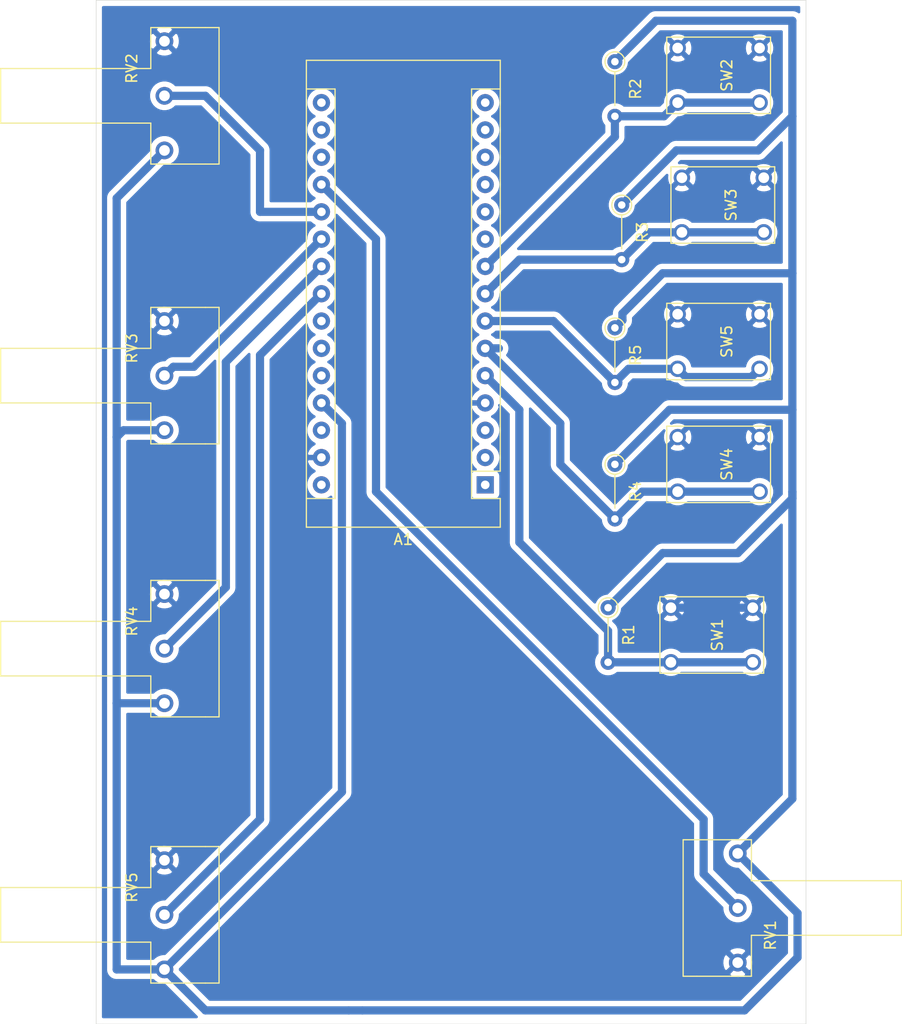
<source format=kicad_pcb>
(kicad_pcb (version 20171130) (host pcbnew 5.1.4-e60b266~84~ubuntu18.04.1)

  (general
    (thickness 1.6)
    (drawings 6)
    (tracks 93)
    (zones 0)
    (modules 16)
    (nets 30)
  )

  (page A4)
  (layers
    (0 F.Cu signal)
    (31 B.Cu signal)
    (32 B.Adhes user)
    (33 F.Adhes user)
    (34 B.Paste user)
    (35 F.Paste user)
    (36 B.SilkS user)
    (37 F.SilkS user)
    (38 B.Mask user)
    (39 F.Mask user)
    (40 Dwgs.User user)
    (41 Cmts.User user)
    (42 Eco1.User user)
    (43 Eco2.User user)
    (44 Edge.Cuts user)
    (45 Margin user)
    (46 B.CrtYd user)
    (47 F.CrtYd user)
    (48 B.Fab user)
    (49 F.Fab user)
  )

  (setup
    (last_trace_width 0.762)
    (user_trace_width 0.999998)
    (trace_clearance 0.381)
    (zone_clearance 0.508)
    (zone_45_only no)
    (trace_min 0.2)
    (via_size 0.8)
    (via_drill 0.4)
    (via_min_size 0.4)
    (via_min_drill 0.3)
    (uvia_size 0.3)
    (uvia_drill 0.1)
    (uvias_allowed no)
    (uvia_min_size 0.2)
    (uvia_min_drill 0.1)
    (edge_width 0.05)
    (segment_width 0.2)
    (pcb_text_width 0.3)
    (pcb_text_size 1.5 1.5)
    (mod_edge_width 0.12)
    (mod_text_size 1 1)
    (mod_text_width 0.15)
    (pad_size 1.651 1.651)
    (pad_drill 1)
    (pad_to_mask_clearance 0.051)
    (solder_mask_min_width 0.25)
    (aux_axis_origin 0 0)
    (visible_elements FFFFFF7F)
    (pcbplotparams
      (layerselection 0x01000_ffffffff)
      (usegerberextensions false)
      (usegerberattributes false)
      (usegerberadvancedattributes false)
      (creategerberjobfile false)
      (excludeedgelayer true)
      (linewidth 0.100000)
      (plotframeref false)
      (viasonmask false)
      (mode 1)
      (useauxorigin false)
      (hpglpennumber 1)
      (hpglpenspeed 20)
      (hpglpendiameter 15.000000)
      (psnegative false)
      (psa4output false)
      (plotreference true)
      (plotvalue true)
      (plotinvisibletext false)
      (padsonsilk false)
      (subtractmaskfromsilk false)
      (outputformat 1)
      (mirror false)
      (drillshape 0)
      (scaleselection 1)
      (outputdirectory "drill/"))
  )

  (net 0 "")
  (net 1 "Net-(A1-Pad1)")
  (net 2 "Net-(A1-Pad17)")
  (net 3 "Net-(A1-Pad2)")
  (net 4 "Net-(A1-Pad18)")
  (net 5 "Net-(A1-Pad3)")
  (net 6 "Net-(A1-Pad19)")
  (net 7 GND)
  (net 8 "Net-(A1-Pad20)")
  (net 9 "Net-(A1-Pad5)")
  (net 10 "Net-(A1-Pad21)")
  (net 11 "Net-(A1-Pad6)")
  (net 12 "Net-(A1-Pad22)")
  (net 13 "Net-(A1-Pad7)")
  (net 14 "Net-(A1-Pad23)")
  (net 15 "Net-(A1-Pad8)")
  (net 16 "Net-(A1-Pad24)")
  (net 17 "Net-(A1-Pad9)")
  (net 18 "Net-(A1-Pad25)")
  (net 19 "Net-(A1-Pad10)")
  (net 20 "Net-(A1-Pad26)")
  (net 21 "Net-(A1-Pad11)")
  (net 22 "Net-(A1-Pad27)")
  (net 23 "Net-(A1-Pad12)")
  (net 24 "Net-(A1-Pad28)")
  (net 25 "Net-(A1-Pad13)")
  (net 26 "Net-(A1-Pad14)")
  (net 27 "Net-(A1-Pad30)")
  (net 28 "Net-(A1-Pad15)")
  (net 29 "Net-(A1-Pad16)")

  (net_class Default "This is the default net class."
    (clearance 0.381)
    (trace_width 0.762)
    (via_dia 0.8)
    (via_drill 0.4)
    (uvia_dia 0.3)
    (uvia_drill 0.1)
    (add_net GND)
    (add_net "Net-(A1-Pad1)")
    (add_net "Net-(A1-Pad10)")
    (add_net "Net-(A1-Pad11)")
    (add_net "Net-(A1-Pad12)")
    (add_net "Net-(A1-Pad13)")
    (add_net "Net-(A1-Pad14)")
    (add_net "Net-(A1-Pad15)")
    (add_net "Net-(A1-Pad16)")
    (add_net "Net-(A1-Pad17)")
    (add_net "Net-(A1-Pad18)")
    (add_net "Net-(A1-Pad19)")
    (add_net "Net-(A1-Pad2)")
    (add_net "Net-(A1-Pad20)")
    (add_net "Net-(A1-Pad21)")
    (add_net "Net-(A1-Pad22)")
    (add_net "Net-(A1-Pad23)")
    (add_net "Net-(A1-Pad24)")
    (add_net "Net-(A1-Pad25)")
    (add_net "Net-(A1-Pad26)")
    (add_net "Net-(A1-Pad27)")
    (add_net "Net-(A1-Pad28)")
    (add_net "Net-(A1-Pad3)")
    (add_net "Net-(A1-Pad30)")
    (add_net "Net-(A1-Pad5)")
    (add_net "Net-(A1-Pad6)")
    (add_net "Net-(A1-Pad7)")
    (add_net "Net-(A1-Pad8)")
    (add_net "Net-(A1-Pad9)")
  )

  (module footprints:Potentiometer_Sideways (layer F.Cu) (tedit 5DADF243) (tstamp 5D9358C9)
    (at 164.465 121.92 90)
    (path /5D926024)
    (fp_text reference RV1 (at 0 0.5 90) (layer F.SilkS)
      (effects (font (size 1 1) (thickness 0.15)))
    )
    (fp_text value R_POT (at 0 -0.5 90) (layer F.Fab)
      (effects (font (size 1 1) (thickness 0.15)))
    )
    (fp_line (start 0 -1.27) (end 0 12.7) (layer F.SilkS) (width 0.12))
    (fp_line (start 0 12.7) (end 5.08 12.7) (layer F.SilkS) (width 0.12))
    (fp_line (start 5.08 12.7) (end 5.08 -1.27) (layer F.SilkS) (width 0.12))
    (fp_line (start 5.08 -1.27) (end 8.89 -1.27) (layer F.SilkS) (width 0.12))
    (fp_line (start 8.89 -1.27) (end 8.89 -6.35) (layer F.SilkS) (width 0.12))
    (fp_line (start -3.81 -6.35) (end -3.81 -1.27) (layer F.SilkS) (width 0.12))
    (fp_line (start -3.81 -1.27) (end 0 -1.27) (layer F.SilkS) (width 0.12))
    (fp_line (start -3.81 -6.35) (end -3.81 -7.62) (layer F.SilkS) (width 0.12))
    (fp_line (start -3.81 -7.62) (end 8.89 -7.62) (layer F.SilkS) (width 0.12))
    (fp_line (start 8.89 -7.62) (end 8.89 -6.35) (layer F.SilkS) (width 0.12))
    (pad 1 thru_hole circle (at -2.54 -2.54 90) (size 1.651 1.651) (drill 1) (layers *.Cu *.Mask)
      (net 7 GND))
    (pad 2 thru_hole circle (at 2.54 -2.54 90) (size 1.651 1.651) (drill 1) (layers *.Cu *.Mask)
      (net 6 "Net-(A1-Pad19)"))
    (pad 3 thru_hole circle (at 7.62 -2.54 90) (size 1.651 1.651) (drill 1) (layers *.Cu *.Mask)
      (net 22 "Net-(A1-Pad27)"))
  )

  (module Module:Arduino_Nano (layer F.Cu) (tedit 58ACAF70) (tstamp 5D93586D)
    (at 138.43 80.01 180)
    (descr "Arduino Nano, http://www.mouser.com/pdfdocs/Gravitech_Arduino_Nano3_0.pdf")
    (tags "Arduino Nano")
    (path /5D9255E5)
    (fp_text reference A1 (at 7.62 -5.08) (layer F.SilkS)
      (effects (font (size 1 1) (thickness 0.15)))
    )
    (fp_text value Arduino_Nano_v3.x (at 8.89 19.05 90) (layer F.Fab)
      (effects (font (size 1 1) (thickness 0.15)))
    )
    (fp_line (start 16.75 42.16) (end -1.53 42.16) (layer F.CrtYd) (width 0.05))
    (fp_line (start 16.75 42.16) (end 16.75 -4.06) (layer F.CrtYd) (width 0.05))
    (fp_line (start -1.53 -4.06) (end -1.53 42.16) (layer F.CrtYd) (width 0.05))
    (fp_line (start -1.53 -4.06) (end 16.75 -4.06) (layer F.CrtYd) (width 0.05))
    (fp_line (start 16.51 -3.81) (end 16.51 39.37) (layer F.Fab) (width 0.1))
    (fp_line (start 0 -3.81) (end 16.51 -3.81) (layer F.Fab) (width 0.1))
    (fp_line (start -1.27 -2.54) (end 0 -3.81) (layer F.Fab) (width 0.1))
    (fp_line (start -1.27 39.37) (end -1.27 -2.54) (layer F.Fab) (width 0.1))
    (fp_line (start 16.51 39.37) (end -1.27 39.37) (layer F.Fab) (width 0.1))
    (fp_line (start 16.64 -3.94) (end -1.4 -3.94) (layer F.SilkS) (width 0.12))
    (fp_line (start 16.64 39.5) (end 16.64 -3.94) (layer F.SilkS) (width 0.12))
    (fp_line (start -1.4 39.5) (end 16.64 39.5) (layer F.SilkS) (width 0.12))
    (fp_line (start 3.81 41.91) (end 3.81 31.75) (layer F.Fab) (width 0.1))
    (fp_line (start 11.43 41.91) (end 3.81 41.91) (layer F.Fab) (width 0.1))
    (fp_line (start 11.43 31.75) (end 11.43 41.91) (layer F.Fab) (width 0.1))
    (fp_line (start 3.81 31.75) (end 11.43 31.75) (layer F.Fab) (width 0.1))
    (fp_line (start 1.27 36.83) (end -1.4 36.83) (layer F.SilkS) (width 0.12))
    (fp_line (start 1.27 1.27) (end 1.27 36.83) (layer F.SilkS) (width 0.12))
    (fp_line (start 1.27 1.27) (end -1.4 1.27) (layer F.SilkS) (width 0.12))
    (fp_line (start 13.97 36.83) (end 16.64 36.83) (layer F.SilkS) (width 0.12))
    (fp_line (start 13.97 -1.27) (end 13.97 36.83) (layer F.SilkS) (width 0.12))
    (fp_line (start 13.97 -1.27) (end 16.64 -1.27) (layer F.SilkS) (width 0.12))
    (fp_line (start -1.4 -3.94) (end -1.4 -1.27) (layer F.SilkS) (width 0.12))
    (fp_line (start -1.4 1.27) (end -1.4 39.5) (layer F.SilkS) (width 0.12))
    (fp_line (start 1.27 -1.27) (end -1.4 -1.27) (layer F.SilkS) (width 0.12))
    (fp_line (start 1.27 1.27) (end 1.27 -1.27) (layer F.SilkS) (width 0.12))
    (fp_text user %R (at 6.35 19.05 90) (layer F.Fab)
      (effects (font (size 1 1) (thickness 0.15)))
    )
    (pad 16 thru_hole oval (at 15.24 35.56 180) (size 1.6 1.6) (drill 0.8) (layers *.Cu *.Mask)
      (net 29 "Net-(A1-Pad16)"))
    (pad 15 thru_hole oval (at 0 35.56 180) (size 1.6 1.6) (drill 0.8) (layers *.Cu *.Mask)
      (net 28 "Net-(A1-Pad15)"))
    (pad 30 thru_hole oval (at 15.24 0 180) (size 1.6 1.6) (drill 0.8) (layers *.Cu *.Mask)
      (net 27 "Net-(A1-Pad30)"))
    (pad 14 thru_hole oval (at 0 33.02 180) (size 1.6 1.6) (drill 0.8) (layers *.Cu *.Mask)
      (net 26 "Net-(A1-Pad14)"))
    (pad 29 thru_hole oval (at 15.24 2.54 180) (size 1.6 1.6) (drill 0.8) (layers *.Cu *.Mask)
      (net 7 GND))
    (pad 13 thru_hole oval (at 0 30.48 180) (size 1.6 1.6) (drill 0.8) (layers *.Cu *.Mask)
      (net 25 "Net-(A1-Pad13)"))
    (pad 28 thru_hole oval (at 15.24 5.08 180) (size 1.6 1.6) (drill 0.8) (layers *.Cu *.Mask)
      (net 24 "Net-(A1-Pad28)"))
    (pad 12 thru_hole oval (at 0 27.94 180) (size 1.6 1.6) (drill 0.8) (layers *.Cu *.Mask)
      (net 23 "Net-(A1-Pad12)"))
    (pad 27 thru_hole oval (at 15.24 7.62 180) (size 1.6 1.6) (drill 0.8) (layers *.Cu *.Mask)
      (net 22 "Net-(A1-Pad27)"))
    (pad 11 thru_hole oval (at 0 25.4 180) (size 1.6 1.6) (drill 0.8) (layers *.Cu *.Mask)
      (net 21 "Net-(A1-Pad11)"))
    (pad 26 thru_hole oval (at 15.24 10.16 180) (size 1.6 1.6) (drill 0.8) (layers *.Cu *.Mask)
      (net 20 "Net-(A1-Pad26)"))
    (pad 10 thru_hole oval (at 0 22.86 180) (size 1.6 1.6) (drill 0.8) (layers *.Cu *.Mask)
      (net 19 "Net-(A1-Pad10)"))
    (pad 25 thru_hole oval (at 15.24 12.7 180) (size 1.6 1.6) (drill 0.8) (layers *.Cu *.Mask)
      (net 18 "Net-(A1-Pad25)"))
    (pad 9 thru_hole oval (at 0 20.32 180) (size 1.6 1.6) (drill 0.8) (layers *.Cu *.Mask)
      (net 17 "Net-(A1-Pad9)"))
    (pad 24 thru_hole oval (at 15.24 15.24 180) (size 1.6 1.6) (drill 0.8) (layers *.Cu *.Mask)
      (net 16 "Net-(A1-Pad24)"))
    (pad 8 thru_hole oval (at 0 17.78 180) (size 1.6 1.6) (drill 0.8) (layers *.Cu *.Mask)
      (net 15 "Net-(A1-Pad8)"))
    (pad 23 thru_hole oval (at 15.24 17.78 180) (size 1.6 1.6) (drill 0.8) (layers *.Cu *.Mask)
      (net 14 "Net-(A1-Pad23)"))
    (pad 7 thru_hole oval (at 0 15.24 180) (size 1.6 1.6) (drill 0.8) (layers *.Cu *.Mask)
      (net 13 "Net-(A1-Pad7)"))
    (pad 22 thru_hole oval (at 15.24 20.32 180) (size 1.6 1.6) (drill 0.8) (layers *.Cu *.Mask)
      (net 12 "Net-(A1-Pad22)"))
    (pad 6 thru_hole oval (at 0 12.7 180) (size 1.6 1.6) (drill 0.8) (layers *.Cu *.Mask)
      (net 11 "Net-(A1-Pad6)"))
    (pad 21 thru_hole oval (at 15.24 22.86 180) (size 1.6 1.6) (drill 0.8) (layers *.Cu *.Mask)
      (net 10 "Net-(A1-Pad21)"))
    (pad 5 thru_hole oval (at 0 10.16 180) (size 1.6 1.6) (drill 0.8) (layers *.Cu *.Mask)
      (net 9 "Net-(A1-Pad5)"))
    (pad 20 thru_hole oval (at 15.24 25.4 180) (size 1.6 1.6) (drill 0.8) (layers *.Cu *.Mask)
      (net 8 "Net-(A1-Pad20)"))
    (pad 4 thru_hole oval (at 0 7.62 180) (size 1.6 1.6) (drill 0.8) (layers *.Cu *.Mask)
      (net 7 GND))
    (pad 19 thru_hole oval (at 15.24 27.94 180) (size 1.6 1.6) (drill 0.8) (layers *.Cu *.Mask)
      (net 6 "Net-(A1-Pad19)"))
    (pad 3 thru_hole oval (at 0 5.08 180) (size 1.6 1.6) (drill 0.8) (layers *.Cu *.Mask)
      (net 5 "Net-(A1-Pad3)"))
    (pad 18 thru_hole oval (at 15.24 30.48 180) (size 1.6 1.6) (drill 0.8) (layers *.Cu *.Mask)
      (net 4 "Net-(A1-Pad18)"))
    (pad 2 thru_hole oval (at 0 2.54 180) (size 1.6 1.6) (drill 0.8) (layers *.Cu *.Mask)
      (net 3 "Net-(A1-Pad2)"))
    (pad 17 thru_hole oval (at 15.24 33.02 180) (size 1.6 1.6) (drill 0.8) (layers *.Cu *.Mask)
      (net 2 "Net-(A1-Pad17)"))
    (pad 1 thru_hole rect (at 0 0 180) (size 1.6 1.6) (drill 0.8) (layers *.Cu *.Mask)
      (net 1 "Net-(A1-Pad1)"))
    (model ${KISYS3DMOD}/Module.3dshapes/Arduino_Nano_WithMountingHoles.wrl
      (at (xyz 0 0 0))
      (scale (xyz 1 1 1))
      (rotate (xyz 0 0 0))
    )
  )

  (module footprints:PushButton (layer F.Cu) (tedit 5D91FC51) (tstamp 5D935931)
    (at 159.773999 53.975 90)
    (path /5D93906A)
    (fp_text reference SW3 (at 0 1.524 90) (layer F.SilkS)
      (effects (font (size 1 1) (thickness 0.15)))
    )
    (fp_text value SW_Push (at 0.508 -1.524 90) (layer F.Fab)
      (effects (font (size 1 1) (thickness 0.15)))
    )
    (fp_line (start -3.556 5.588) (end -3.556 -4.064) (layer F.SilkS) (width 0.12))
    (fp_line (start 3.556 5.588) (end -3.556 5.588) (layer F.SilkS) (width 0.12))
    (fp_line (start 3.556 -4.064) (end 3.556 5.588) (layer F.SilkS) (width 0.12))
    (fp_line (start -3.556 -4.064) (end 3.556 -4.064) (layer F.SilkS) (width 0.12))
    (pad 1 thru_hole circle (at -2.54 4.572 90) (size 1.524 1.524) (drill 1) (layers *.Cu *.Mask)
      (net 15 "Net-(A1-Pad8)"))
    (pad 2 thru_hole circle (at 2.54 4.572 90) (size 1.524 1.524) (drill 1) (layers *.Cu *.Mask)
      (net 7 GND))
    (pad 2 thru_hole circle (at 2.54 -3.048 90) (size 1.524 1.524) (drill 1) (layers *.Cu *.Mask)
      (net 7 GND))
    (pad 1 thru_hole circle (at -2.54 -3.048 90) (size 1.524 1.524) (drill 1) (layers *.Cu *.Mask)
      (net 15 "Net-(A1-Pad8)"))
  )

  (module footprints:PushButton (layer F.Cu) (tedit 5D91FC51) (tstamp 5D935949)
    (at 159.385 66.675 90)
    (path /5D9385EA)
    (fp_text reference SW5 (at 0 1.524 90) (layer F.SilkS)
      (effects (font (size 1 1) (thickness 0.15)))
    )
    (fp_text value SW_Push (at 0.508 -1.524 90) (layer F.Fab)
      (effects (font (size 1 1) (thickness 0.15)))
    )
    (fp_line (start -3.556 -4.064) (end 3.556 -4.064) (layer F.SilkS) (width 0.12))
    (fp_line (start 3.556 -4.064) (end 3.556 5.588) (layer F.SilkS) (width 0.12))
    (fp_line (start 3.556 5.588) (end -3.556 5.588) (layer F.SilkS) (width 0.12))
    (fp_line (start -3.556 5.588) (end -3.556 -4.064) (layer F.SilkS) (width 0.12))
    (pad 1 thru_hole circle (at -2.54 -3.048 90) (size 1.524 1.524) (drill 1) (layers *.Cu *.Mask)
      (net 13 "Net-(A1-Pad7)"))
    (pad 2 thru_hole circle (at 2.54 -3.048 90) (size 1.524 1.524) (drill 1) (layers *.Cu *.Mask)
      (net 7 GND))
    (pad 2 thru_hole circle (at 2.54 4.572 90) (size 1.524 1.524) (drill 1) (layers *.Cu *.Mask)
      (net 7 GND))
    (pad 1 thru_hole circle (at -2.54 4.572 90) (size 1.524 1.524) (drill 1) (layers *.Cu *.Mask)
      (net 13 "Net-(A1-Pad7)"))
  )

  (module Resistor_THT:R_Axial_DIN0204_L3.6mm_D1.6mm_P5.08mm_Vertical (layer F.Cu) (tedit 5AE5139B) (tstamp 5D9368D3)
    (at 151.13 53.975 270)
    (descr "Resistor, Axial_DIN0204 series, Axial, Vertical, pin pitch=5.08mm, 0.167W, length*diameter=3.6*1.6mm^2, http://cdn-reichelt.de/documents/datenblatt/B400/1_4W%23YAG.pdf")
    (tags "Resistor Axial_DIN0204 series Axial Vertical pin pitch 5.08mm 0.167W length 3.6mm diameter 1.6mm")
    (path /5D93D20A)
    (fp_text reference R3 (at 2.54 -1.92 90) (layer F.SilkS)
      (effects (font (size 1 1) (thickness 0.15)))
    )
    (fp_text value 10k (at 2.54 1.92 90) (layer F.Fab)
      (effects (font (size 1 1) (thickness 0.15)))
    )
    (fp_circle (center 0 0) (end 0.8 0) (layer F.Fab) (width 0.1))
    (fp_circle (center 0 0) (end 0.92 0) (layer F.SilkS) (width 0.12))
    (fp_line (start 0 0) (end 5.08 0) (layer F.Fab) (width 0.1))
    (fp_line (start 0.92 0) (end 4.08 0) (layer F.SilkS) (width 0.12))
    (fp_line (start -1.05 -1.05) (end -1.05 1.05) (layer F.CrtYd) (width 0.05))
    (fp_line (start -1.05 1.05) (end 6.03 1.05) (layer F.CrtYd) (width 0.05))
    (fp_line (start 6.03 1.05) (end 6.03 -1.05) (layer F.CrtYd) (width 0.05))
    (fp_line (start 6.03 -1.05) (end -1.05 -1.05) (layer F.CrtYd) (width 0.05))
    (fp_text user %R (at 2.54 -1.92 90) (layer F.Fab)
      (effects (font (size 1 1) (thickness 0.15)))
    )
    (pad 1 thru_hole circle (at 0 0 270) (size 1.4 1.4) (drill 0.7) (layers *.Cu *.Mask)
      (net 22 "Net-(A1-Pad27)"))
    (pad 2 thru_hole oval (at 5.08 0 270) (size 1.4 1.4) (drill 0.7) (layers *.Cu *.Mask)
      (net 15 "Net-(A1-Pad8)"))
    (model ${KISYS3DMOD}/Resistor_THT.3dshapes/R_Axial_DIN0204_L3.6mm_D1.6mm_P5.08mm_Vertical.wrl
      (at (xyz 0 0 0))
      (scale (xyz 1 1 1))
      (rotate (xyz 0 0 0))
    )
  )

  (module footprints:PushButton (layer F.Cu) (tedit 5D91FC51) (tstamp 5D93593D)
    (at 159.385 78.105 90)
    (path /5D93281C)
    (fp_text reference SW4 (at 0 1.524 90) (layer F.SilkS)
      (effects (font (size 1 1) (thickness 0.15)))
    )
    (fp_text value SW_Push (at 0.508 -1.524 90) (layer F.Fab)
      (effects (font (size 1 1) (thickness 0.15)))
    )
    (fp_line (start -3.556 5.588) (end -3.556 -4.064) (layer F.SilkS) (width 0.12))
    (fp_line (start 3.556 5.588) (end -3.556 5.588) (layer F.SilkS) (width 0.12))
    (fp_line (start 3.556 -4.064) (end 3.556 5.588) (layer F.SilkS) (width 0.12))
    (fp_line (start -3.556 -4.064) (end 3.556 -4.064) (layer F.SilkS) (width 0.12))
    (pad 1 thru_hole circle (at -2.54 4.572 90) (size 1.524 1.524) (drill 1) (layers *.Cu *.Mask)
      (net 11 "Net-(A1-Pad6)"))
    (pad 2 thru_hole circle (at 2.54 4.572 90) (size 1.524 1.524) (drill 1) (layers *.Cu *.Mask)
      (net 7 GND))
    (pad 2 thru_hole circle (at 2.54 -3.048 90) (size 1.524 1.524) (drill 1) (layers *.Cu *.Mask)
      (net 7 GND))
    (pad 1 thru_hole circle (at -2.54 -3.048 90) (size 1.524 1.524) (drill 1) (layers *.Cu *.Mask)
      (net 11 "Net-(A1-Pad6)"))
  )

  (module footprints:Potentiometer_Sideways (layer F.Cu) (tedit 5DADF1F4) (tstamp 5D9358EB)
    (at 106.045 67.31 270)
    (path /5D96A9F9)
    (fp_text reference RV3 (at 0 0.5 90) (layer F.SilkS)
      (effects (font (size 1 1) (thickness 0.15)))
    )
    (fp_text value R_POT (at 0 -0.5 90) (layer F.Fab)
      (effects (font (size 1 1) (thickness 0.15)))
    )
    (fp_line (start 0 -1.27) (end 0 12.7) (layer F.SilkS) (width 0.12))
    (fp_line (start 0 12.7) (end 5.08 12.7) (layer F.SilkS) (width 0.12))
    (fp_line (start 5.08 12.7) (end 5.08 -1.27) (layer F.SilkS) (width 0.12))
    (fp_line (start 5.08 -1.27) (end 8.89 -1.27) (layer F.SilkS) (width 0.12))
    (fp_line (start 8.89 -1.27) (end 8.89 -6.35) (layer F.SilkS) (width 0.12))
    (fp_line (start -3.81 -6.35) (end -3.81 -1.27) (layer F.SilkS) (width 0.12))
    (fp_line (start -3.81 -1.27) (end 0 -1.27) (layer F.SilkS) (width 0.12))
    (fp_line (start -3.81 -6.35) (end -3.81 -7.62) (layer F.SilkS) (width 0.12))
    (fp_line (start -3.81 -7.62) (end 8.89 -7.62) (layer F.SilkS) (width 0.12))
    (fp_line (start 8.89 -7.62) (end 8.89 -6.35) (layer F.SilkS) (width 0.12))
    (pad 1 thru_hole circle (at -2.54 -2.54 270) (size 1.651 1.651) (drill 1) (layers *.Cu *.Mask)
      (net 7 GND))
    (pad 2 thru_hole circle (at 2.54 -2.54 270) (size 1.651 1.651) (drill 1) (layers *.Cu *.Mask)
      (net 10 "Net-(A1-Pad21)"))
    (pad 3 thru_hole circle (at 7.62 -2.54 270) (size 1.651 1.651) (drill 1) (layers *.Cu *.Mask)
      (net 22 "Net-(A1-Pad27)"))
  )

  (module footprints:Potentiometer_Sideways (layer F.Cu) (tedit 5DADF212) (tstamp 5D9358FC)
    (at 106.045 92.71 270)
    (path /5D96AFDF)
    (fp_text reference RV4 (at 0 0.5 90) (layer F.SilkS)
      (effects (font (size 1 1) (thickness 0.15)))
    )
    (fp_text value R_POT (at 0 -0.5 90) (layer F.Fab)
      (effects (font (size 1 1) (thickness 0.15)))
    )
    (fp_line (start 8.89 -7.62) (end 8.89 -6.35) (layer F.SilkS) (width 0.12))
    (fp_line (start -3.81 -7.62) (end 8.89 -7.62) (layer F.SilkS) (width 0.12))
    (fp_line (start -3.81 -6.35) (end -3.81 -7.62) (layer F.SilkS) (width 0.12))
    (fp_line (start -3.81 -1.27) (end 0 -1.27) (layer F.SilkS) (width 0.12))
    (fp_line (start -3.81 -6.35) (end -3.81 -1.27) (layer F.SilkS) (width 0.12))
    (fp_line (start 8.89 -1.27) (end 8.89 -6.35) (layer F.SilkS) (width 0.12))
    (fp_line (start 5.08 -1.27) (end 8.89 -1.27) (layer F.SilkS) (width 0.12))
    (fp_line (start 5.08 12.7) (end 5.08 -1.27) (layer F.SilkS) (width 0.12))
    (fp_line (start 0 12.7) (end 5.08 12.7) (layer F.SilkS) (width 0.12))
    (fp_line (start 0 -1.27) (end 0 12.7) (layer F.SilkS) (width 0.12))
    (pad 3 thru_hole circle (at 7.62 -2.54 270) (size 1.651 1.651) (drill 1) (layers *.Cu *.Mask)
      (net 22 "Net-(A1-Pad27)"))
    (pad 2 thru_hole circle (at 2.54 -2.54 270) (size 1.651 1.651) (drill 1) (layers *.Cu *.Mask)
      (net 12 "Net-(A1-Pad22)"))
    (pad 1 thru_hole circle (at -2.54 -2.54 270) (size 1.651 1.651) (drill 1) (layers *.Cu *.Mask)
      (net 7 GND))
  )

  (module footprints:PushButton (layer F.Cu) (tedit 5D91FC51) (tstamp 5D935925)
    (at 159.385 41.91 90)
    (path /5D9392F5)
    (fp_text reference SW2 (at 0 1.524 90) (layer F.SilkS)
      (effects (font (size 1 1) (thickness 0.15)))
    )
    (fp_text value SW_Push (at 0.508 -1.524 90) (layer F.Fab)
      (effects (font (size 1 1) (thickness 0.15)))
    )
    (fp_line (start -3.556 -4.064) (end 3.556 -4.064) (layer F.SilkS) (width 0.12))
    (fp_line (start 3.556 -4.064) (end 3.556 5.588) (layer F.SilkS) (width 0.12))
    (fp_line (start 3.556 5.588) (end -3.556 5.588) (layer F.SilkS) (width 0.12))
    (fp_line (start -3.556 5.588) (end -3.556 -4.064) (layer F.SilkS) (width 0.12))
    (pad 1 thru_hole circle (at -2.54 -3.048 90) (size 1.524 1.524) (drill 1) (layers *.Cu *.Mask)
      (net 17 "Net-(A1-Pad9)"))
    (pad 2 thru_hole circle (at 2.54 -3.048 90) (size 1.524 1.524) (drill 1) (layers *.Cu *.Mask)
      (net 7 GND))
    (pad 2 thru_hole circle (at 2.54 4.572 90) (size 1.524 1.524) (drill 1) (layers *.Cu *.Mask)
      (net 7 GND))
    (pad 1 thru_hole circle (at -2.54 4.572 90) (size 1.524 1.524) (drill 1) (layers *.Cu *.Mask)
      (net 17 "Net-(A1-Pad9)"))
  )

  (module footprints:PushButton (layer F.Cu) (tedit 5D91FC51) (tstamp 5D935919)
    (at 158.75 93.98 90)
    (path /5D927C08)
    (fp_text reference SW1 (at 0 1.27 90) (layer F.SilkS)
      (effects (font (size 1 1) (thickness 0.15)))
    )
    (fp_text value SW_Push (at 0.508 -1.524 90) (layer F.Fab)
      (effects (font (size 1 1) (thickness 0.15)))
    )
    (fp_line (start -3.556 -4.064) (end 3.556 -4.064) (layer F.SilkS) (width 0.12))
    (fp_line (start 3.556 -4.064) (end 3.556 5.588) (layer F.SilkS) (width 0.12))
    (fp_line (start 3.556 5.588) (end -3.556 5.588) (layer F.SilkS) (width 0.12))
    (fp_line (start -3.556 5.588) (end -3.556 -4.064) (layer F.SilkS) (width 0.12))
    (pad 1 thru_hole circle (at -2.54 -3.048 90) (size 1.524 1.524) (drill 1) (layers *.Cu *.Mask)
      (net 9 "Net-(A1-Pad5)"))
    (pad 2 thru_hole circle (at 2.54 -3.048 90) (size 1.524 1.524) (drill 1) (layers *.Cu *.Mask)
      (net 7 GND))
    (pad 2 thru_hole circle (at 2.54 4.572 90) (size 1.524 1.524) (drill 1) (layers *.Cu *.Mask)
      (net 7 GND))
    (pad 1 thru_hole circle (at -2.54 4.572 90) (size 1.524 1.524) (drill 1) (layers *.Cu *.Mask)
      (net 9 "Net-(A1-Pad5)"))
  )

  (module footprints:Potentiometer_Sideways (layer F.Cu) (tedit 5DADF1D9) (tstamp 5D9358DA)
    (at 106.045 41.275 270)
    (path /5D96A119)
    (fp_text reference RV2 (at 0 0.5 90) (layer F.SilkS)
      (effects (font (size 1 1) (thickness 0.15)))
    )
    (fp_text value R_POT (at 0 -0.5 90) (layer F.Fab)
      (effects (font (size 1 1) (thickness 0.15)))
    )
    (fp_line (start 8.89 -7.62) (end 8.89 -6.35) (layer F.SilkS) (width 0.12))
    (fp_line (start -3.81 -7.62) (end 8.89 -7.62) (layer F.SilkS) (width 0.12))
    (fp_line (start -3.81 -6.35) (end -3.81 -7.62) (layer F.SilkS) (width 0.12))
    (fp_line (start -3.81 -1.27) (end 0 -1.27) (layer F.SilkS) (width 0.12))
    (fp_line (start -3.81 -6.35) (end -3.81 -1.27) (layer F.SilkS) (width 0.12))
    (fp_line (start 8.89 -1.27) (end 8.89 -6.35) (layer F.SilkS) (width 0.12))
    (fp_line (start 5.08 -1.27) (end 8.89 -1.27) (layer F.SilkS) (width 0.12))
    (fp_line (start 5.08 12.7) (end 5.08 -1.27) (layer F.SilkS) (width 0.12))
    (fp_line (start 0 12.7) (end 5.08 12.7) (layer F.SilkS) (width 0.12))
    (fp_line (start 0 -1.27) (end 0 12.7) (layer F.SilkS) (width 0.12))
    (pad 3 thru_hole circle (at 7.62 -2.54 270) (size 1.651 1.651) (drill 1) (layers *.Cu *.Mask)
      (net 22 "Net-(A1-Pad27)"))
    (pad 2 thru_hole circle (at 2.54 -2.54 270) (size 1.651 1.651) (drill 1) (layers *.Cu *.Mask)
      (net 8 "Net-(A1-Pad20)"))
    (pad 1 thru_hole circle (at -2.54 -2.54 270) (size 1.651 1.651) (drill 1) (layers *.Cu *.Mask)
      (net 7 GND))
  )

  (module Resistor_THT:R_Axial_DIN0204_L3.6mm_D1.6mm_P5.08mm_Vertical (layer F.Cu) (tedit 5AE5139B) (tstamp 5D9368C5)
    (at 150.495 40.64 270)
    (descr "Resistor, Axial_DIN0204 series, Axial, Vertical, pin pitch=5.08mm, 0.167W, length*diameter=3.6*1.6mm^2, http://cdn-reichelt.de/documents/datenblatt/B400/1_4W%23YAG.pdf")
    (tags "Resistor Axial_DIN0204 series Axial Vertical pin pitch 5.08mm 0.167W length 3.6mm diameter 1.6mm")
    (path /5D93DC54)
    (fp_text reference R2 (at 2.54 -1.92 90) (layer F.SilkS)
      (effects (font (size 1 1) (thickness 0.15)))
    )
    (fp_text value 10k (at 2.54 1.92 90) (layer F.Fab)
      (effects (font (size 1 1) (thickness 0.15)))
    )
    (fp_text user %R (at 2.54 -1.92 90) (layer F.Fab)
      (effects (font (size 1 1) (thickness 0.15)))
    )
    (fp_line (start 6.03 -1.05) (end -1.05 -1.05) (layer F.CrtYd) (width 0.05))
    (fp_line (start 6.03 1.05) (end 6.03 -1.05) (layer F.CrtYd) (width 0.05))
    (fp_line (start -1.05 1.05) (end 6.03 1.05) (layer F.CrtYd) (width 0.05))
    (fp_line (start -1.05 -1.05) (end -1.05 1.05) (layer F.CrtYd) (width 0.05))
    (fp_line (start 0.92 0) (end 4.08 0) (layer F.SilkS) (width 0.12))
    (fp_line (start 0 0) (end 5.08 0) (layer F.Fab) (width 0.1))
    (fp_circle (center 0 0) (end 0.92 0) (layer F.SilkS) (width 0.12))
    (fp_circle (center 0 0) (end 0.8 0) (layer F.Fab) (width 0.1))
    (pad 2 thru_hole oval (at 5.08 0 270) (size 1.4 1.4) (drill 0.7) (layers *.Cu *.Mask)
      (net 17 "Net-(A1-Pad9)"))
    (pad 1 thru_hole circle (at 0 0 270) (size 1.4 1.4) (drill 0.7) (layers *.Cu *.Mask)
      (net 22 "Net-(A1-Pad27)"))
    (model ${KISYS3DMOD}/Resistor_THT.3dshapes/R_Axial_DIN0204_L3.6mm_D1.6mm_P5.08mm_Vertical.wrl
      (at (xyz 0 0 0))
      (scale (xyz 1 1 1))
      (rotate (xyz 0 0 0))
    )
  )

  (module footprints:Potentiometer_Sideways (layer F.Cu) (tedit 5DADF22B) (tstamp 5D93590D)
    (at 106.045 117.475 270)
    (path /5D96B6D7)
    (fp_text reference RV5 (at 0 0.5 90) (layer F.SilkS)
      (effects (font (size 1 1) (thickness 0.15)))
    )
    (fp_text value R_POT (at 0 -0.5 90) (layer F.Fab)
      (effects (font (size 1 1) (thickness 0.15)))
    )
    (fp_line (start 0 -1.27) (end 0 12.7) (layer F.SilkS) (width 0.12))
    (fp_line (start 0 12.7) (end 5.08 12.7) (layer F.SilkS) (width 0.12))
    (fp_line (start 5.08 12.7) (end 5.08 -1.27) (layer F.SilkS) (width 0.12))
    (fp_line (start 5.08 -1.27) (end 8.89 -1.27) (layer F.SilkS) (width 0.12))
    (fp_line (start 8.89 -1.27) (end 8.89 -6.35) (layer F.SilkS) (width 0.12))
    (fp_line (start -3.81 -6.35) (end -3.81 -1.27) (layer F.SilkS) (width 0.12))
    (fp_line (start -3.81 -1.27) (end 0 -1.27) (layer F.SilkS) (width 0.12))
    (fp_line (start -3.81 -6.35) (end -3.81 -7.62) (layer F.SilkS) (width 0.12))
    (fp_line (start -3.81 -7.62) (end 8.89 -7.62) (layer F.SilkS) (width 0.12))
    (fp_line (start 8.89 -7.62) (end 8.89 -6.35) (layer F.SilkS) (width 0.12))
    (pad 1 thru_hole circle (at -2.54 -2.54 270) (size 1.651 1.651) (drill 1) (layers *.Cu *.Mask)
      (net 7 GND))
    (pad 2 thru_hole circle (at 2.54 -2.54 270) (size 1.651 1.651) (drill 1) (layers *.Cu *.Mask)
      (net 14 "Net-(A1-Pad23)"))
    (pad 3 thru_hole circle (at 7.62 -2.54 270) (size 1.651 1.651) (drill 1) (layers *.Cu *.Mask)
      (net 22 "Net-(A1-Pad27)"))
  )

  (module Resistor_THT:R_Axial_DIN0204_L3.6mm_D1.6mm_P5.08mm_Vertical (layer F.Cu) (tedit 5AE5139B) (tstamp 5D9368E1)
    (at 150.495 78.105 270)
    (descr "Resistor, Axial_DIN0204 series, Axial, Vertical, pin pitch=5.08mm, 0.167W, length*diameter=3.6*1.6mm^2, http://cdn-reichelt.de/documents/datenblatt/B400/1_4W%23YAG.pdf")
    (tags "Resistor Axial_DIN0204 series Axial Vertical pin pitch 5.08mm 0.167W length 3.6mm diameter 1.6mm")
    (path /5D933C0D)
    (fp_text reference R4 (at 2.54 -1.92 90) (layer F.SilkS)
      (effects (font (size 1 1) (thickness 0.15)))
    )
    (fp_text value 10k (at 2.54 1.92 90) (layer F.Fab)
      (effects (font (size 1 1) (thickness 0.15)))
    )
    (fp_text user %R (at 2.54 -1.92 90) (layer F.Fab)
      (effects (font (size 1 1) (thickness 0.15)))
    )
    (fp_line (start 6.03 -1.05) (end -1.05 -1.05) (layer F.CrtYd) (width 0.05))
    (fp_line (start 6.03 1.05) (end 6.03 -1.05) (layer F.CrtYd) (width 0.05))
    (fp_line (start -1.05 1.05) (end 6.03 1.05) (layer F.CrtYd) (width 0.05))
    (fp_line (start -1.05 -1.05) (end -1.05 1.05) (layer F.CrtYd) (width 0.05))
    (fp_line (start 0.92 0) (end 4.08 0) (layer F.SilkS) (width 0.12))
    (fp_line (start 0 0) (end 5.08 0) (layer F.Fab) (width 0.1))
    (fp_circle (center 0 0) (end 0.92 0) (layer F.SilkS) (width 0.12))
    (fp_circle (center 0 0) (end 0.8 0) (layer F.Fab) (width 0.1))
    (pad 2 thru_hole oval (at 5.08 0 270) (size 1.4 1.4) (drill 0.7) (layers *.Cu *.Mask)
      (net 11 "Net-(A1-Pad6)"))
    (pad 1 thru_hole circle (at 0 0 270) (size 1.4 1.4) (drill 0.7) (layers *.Cu *.Mask)
      (net 22 "Net-(A1-Pad27)"))
    (model ${KISYS3DMOD}/Resistor_THT.3dshapes/R_Axial_DIN0204_L3.6mm_D1.6mm_P5.08mm_Vertical.wrl
      (at (xyz 0 0 0))
      (scale (xyz 1 1 1))
      (rotate (xyz 0 0 0))
    )
  )

  (module Resistor_THT:R_Axial_DIN0204_L3.6mm_D1.6mm_P5.08mm_Vertical (layer F.Cu) (tedit 5AE5139B) (tstamp 5D9368B7)
    (at 149.86 91.44 270)
    (descr "Resistor, Axial_DIN0204 series, Axial, Vertical, pin pitch=5.08mm, 0.167W, length*diameter=3.6*1.6mm^2, http://cdn-reichelt.de/documents/datenblatt/B400/1_4W%23YAG.pdf")
    (tags "Resistor Axial_DIN0204 series Axial Vertical pin pitch 5.08mm 0.167W length 3.6mm diameter 1.6mm")
    (path /5D928714)
    (fp_text reference R1 (at 2.54 -1.92 90) (layer F.SilkS)
      (effects (font (size 1 1) (thickness 0.15)))
    )
    (fp_text value 10k (at 2.54 1.92 90) (layer F.Fab)
      (effects (font (size 1 1) (thickness 0.15)))
    )
    (fp_circle (center 0 0) (end 0.8 0) (layer F.Fab) (width 0.1))
    (fp_circle (center 0 0) (end 0.92 0) (layer F.SilkS) (width 0.12))
    (fp_line (start 0 0) (end 5.08 0) (layer F.Fab) (width 0.1))
    (fp_line (start 0.92 0) (end 4.08 0) (layer F.SilkS) (width 0.12))
    (fp_line (start -1.05 -1.05) (end -1.05 1.05) (layer F.CrtYd) (width 0.05))
    (fp_line (start -1.05 1.05) (end 6.03 1.05) (layer F.CrtYd) (width 0.05))
    (fp_line (start 6.03 1.05) (end 6.03 -1.05) (layer F.CrtYd) (width 0.05))
    (fp_line (start 6.03 -1.05) (end -1.05 -1.05) (layer F.CrtYd) (width 0.05))
    (fp_text user %R (at 2.54 -1.92 90) (layer F.Fab)
      (effects (font (size 1 1) (thickness 0.15)))
    )
    (pad 1 thru_hole circle (at 0 0 270) (size 1.4 1.4) (drill 0.7) (layers *.Cu *.Mask)
      (net 22 "Net-(A1-Pad27)"))
    (pad 2 thru_hole oval (at 5.08 0 270) (size 1.4 1.4) (drill 0.7) (layers *.Cu *.Mask)
      (net 9 "Net-(A1-Pad5)"))
    (model ${KISYS3DMOD}/Resistor_THT.3dshapes/R_Axial_DIN0204_L3.6mm_D1.6mm_P5.08mm_Vertical.wrl
      (at (xyz 0 0 0))
      (scale (xyz 1 1 1))
      (rotate (xyz 0 0 0))
    )
  )

  (module Resistor_THT:R_Axial_DIN0204_L3.6mm_D1.6mm_P5.08mm_Vertical (layer F.Cu) (tedit 5AE5139B) (tstamp 5D9368EF)
    (at 150.495 65.405 270)
    (descr "Resistor, Axial_DIN0204 series, Axial, Vertical, pin pitch=5.08mm, 0.167W, length*diameter=3.6*1.6mm^2, http://cdn-reichelt.de/documents/datenblatt/B400/1_4W%23YAG.pdf")
    (tags "Resistor Axial_DIN0204 series Axial Vertical pin pitch 5.08mm 0.167W length 3.6mm diameter 1.6mm")
    (path /5D93E057)
    (fp_text reference R5 (at 2.54 -1.92 90) (layer F.SilkS)
      (effects (font (size 1 1) (thickness 0.15)))
    )
    (fp_text value 10k (at 2.54 1.92 90) (layer F.Fab)
      (effects (font (size 1 1) (thickness 0.15)))
    )
    (fp_circle (center 0 0) (end 0.8 0) (layer F.Fab) (width 0.1))
    (fp_circle (center 0 0) (end 0.92 0) (layer F.SilkS) (width 0.12))
    (fp_line (start 0 0) (end 5.08 0) (layer F.Fab) (width 0.1))
    (fp_line (start 0.92 0) (end 4.08 0) (layer F.SilkS) (width 0.12))
    (fp_line (start -1.05 -1.05) (end -1.05 1.05) (layer F.CrtYd) (width 0.05))
    (fp_line (start -1.05 1.05) (end 6.03 1.05) (layer F.CrtYd) (width 0.05))
    (fp_line (start 6.03 1.05) (end 6.03 -1.05) (layer F.CrtYd) (width 0.05))
    (fp_line (start 6.03 -1.05) (end -1.05 -1.05) (layer F.CrtYd) (width 0.05))
    (fp_text user %R (at 2.54 -1.92 90) (layer F.Fab)
      (effects (font (size 1 1) (thickness 0.15)))
    )
    (pad 1 thru_hole circle (at 0 0 270) (size 1.4 1.4) (drill 0.7) (layers *.Cu *.Mask)
      (net 22 "Net-(A1-Pad27)"))
    (pad 2 thru_hole oval (at 5.08 0 270) (size 1.4 1.4) (drill 0.7) (layers *.Cu *.Mask)
      (net 13 "Net-(A1-Pad7)"))
    (model ${KISYS3DMOD}/Resistor_THT.3dshapes/R_Axial_DIN0204_L3.6mm_D1.6mm_P5.08mm_Vertical.wrl
      (at (xyz 0 0 0))
      (scale (xyz 1 1 1))
      (rotate (xyz 0 0 0))
    )
  )

  (gr_line (start 102.235 130.175) (end 102.87 130.175) (layer Edge.Cuts) (width 0.05) (tstamp 5DB9FFAC))
  (gr_line (start 102.235 34.925) (end 102.235 130.175) (layer Edge.Cuts) (width 0.05))
  (gr_line (start 168.275 130.175) (end 102.87 130.175) (layer Edge.Cuts) (width 0.05))
  (gr_line (start 168.275 34.925) (end 168.275 130.175) (layer Edge.Cuts) (width 0.05))
  (gr_line (start 168.275 34.925) (end 104.775 34.925) (layer Edge.Cuts) (width 0.05) (tstamp 5DB9FF9B))
  (gr_line (start 102.235 34.925) (end 104.775 34.925) (layer Edge.Cuts) (width 0.05) (tstamp 5DAB20C3))

  (segment (start 128.27 57.15) (end 123.19 52.07) (width 0.762) (layer B.Cu) (net 6))
  (segment (start 128.27 80.645) (end 128.27 57.15) (width 0.762) (layer B.Cu) (net 6))
  (segment (start 158.75 111.125) (end 128.27 80.645) (width 0.762) (layer B.Cu) (net 6))
  (segment (start 158.75 116.205) (end 161.925 119.38) (width 0.762) (layer B.Cu) (net 6))
  (segment (start 158.75 111.125) (end 158.75 116.205) (width 0.762) (layer B.Cu) (net 6))
  (segment (start 155.702 91.44) (end 163.322 91.44) (width 0.762) (layer B.Cu) (net 7))
  (segment (start 108.585 43.815) (end 112.395 43.815) (width 0.762) (layer B.Cu) (net 8))
  (segment (start 123.19 54.61) (end 117.475 54.61) (width 0.762) (layer B.Cu) (net 8))
  (segment (start 117.475 48.895) (end 112.395 43.815) (width 0.762) (layer B.Cu) (net 8))
  (segment (start 117.475 54.61) (end 117.475 48.895) (width 0.762) (layer B.Cu) (net 8))
  (segment (start 141.605 73.025) (end 138.43 69.85) (width 0.762) (layer B.Cu) (net 9))
  (segment (start 155.702 96.52) (end 149.86 96.52) (width 0.762) (layer B.Cu) (net 9))
  (segment (start 155.702 96.52) (end 163.322 96.52) (width 0.762) (layer B.Cu) (net 9))
  (segment (start 141.605 85.348762) (end 141.605 73.025) (width 0.762) (layer B.Cu) (net 9))
  (segment (start 149.86 93.603762) (end 141.605 85.348762) (width 0.762) (layer B.Cu) (net 9))
  (segment (start 149.86 96.52) (end 149.86 93.603762) (width 0.762) (layer B.Cu) (net 9))
  (segment (start 111.315499 69.024501) (end 123.19 57.15) (width 0.762) (layer B.Cu) (net 10))
  (segment (start 108.585 69.85) (end 109.410499 69.024501) (width 0.762) (layer B.Cu) (net 10))
  (segment (start 109.410499 69.024501) (end 111.315499 69.024501) (width 0.762) (layer B.Cu) (net 10))
  (segment (start 139.7 67.31) (end 138.43 67.31) (width 0.762) (layer B.Cu) (net 11))
  (segment (start 153.035 80.645) (end 150.495 83.185) (width 0.762) (layer B.Cu) (net 11))
  (segment (start 156.337 80.645) (end 153.035 80.645) (width 0.762) (layer B.Cu) (net 11))
  (segment (start 156.337 80.645) (end 163.957 80.645) (width 0.762) (layer B.Cu) (net 11))
  (segment (start 138.43 67.31) (end 145.415 74.295) (width 0.762) (layer B.Cu) (net 11))
  (segment (start 145.415 78.105) (end 150.495 83.185) (width 0.762) (layer B.Cu) (net 11))
  (segment (start 145.415 74.295) (end 145.415 78.105) (width 0.762) (layer B.Cu) (net 11))
  (segment (start 111.125 92.71) (end 108.585 95.25) (width 0.762) (layer B.Cu) (net 12))
  (segment (start 114.3 89.535) (end 111.125 92.71) (width 0.762) (layer B.Cu) (net 12))
  (segment (start 114.3 68.58) (end 114.3 89.535) (width 0.762) (layer B.Cu) (net 12))
  (segment (start 123.19 59.69) (end 114.3 68.58) (width 0.762) (layer B.Cu) (net 12))
  (segment (start 163.195001 69.976999) (end 163.957 69.215) (width 0.762) (layer B.Cu) (net 13))
  (segment (start 157.098999 69.976999) (end 163.195001 69.976999) (width 0.762) (layer B.Cu) (net 13))
  (segment (start 156.337 69.215) (end 157.098999 69.976999) (width 0.762) (layer B.Cu) (net 13))
  (segment (start 151.765 69.215) (end 150.495 70.485) (width 0.762) (layer B.Cu) (net 13))
  (segment (start 156.337 69.215) (end 151.765 69.215) (width 0.762) (layer B.Cu) (net 13))
  (segment (start 150.495 70.485) (end 149.795001 69.785001) (width 0.762) (layer B.Cu) (net 13))
  (segment (start 144.78 64.77) (end 138.43 64.77) (width 0.762) (layer B.Cu) (net 13))
  (segment (start 150.495 70.485) (end 144.78 64.77) (width 0.762) (layer B.Cu) (net 13))
  (segment (start 117.475 67.945) (end 122.390001 63.029999) (width 0.762) (layer B.Cu) (net 14))
  (segment (start 117.475 111.125) (end 117.475 67.945) (width 0.762) (layer B.Cu) (net 14))
  (segment (start 122.390001 63.029999) (end 123.19 62.23) (width 0.762) (layer B.Cu) (net 14))
  (segment (start 108.585 120.015) (end 117.475 111.125) (width 0.762) (layer B.Cu) (net 14))
  (segment (start 153.67 56.515) (end 151.13 59.055) (width 0.762) (layer B.Cu) (net 15))
  (segment (start 156.725999 56.515) (end 153.67 56.515) (width 0.762) (layer B.Cu) (net 15))
  (segment (start 163.268369 56.515) (end 156.725999 56.515) (width 0.762) (layer B.Cu) (net 15))
  (segment (start 164.345999 56.515) (end 163.268369 56.515) (width 0.762) (layer B.Cu) (net 15))
  (segment (start 139.229999 61.430001) (end 138.43 62.23) (width 0.762) (layer B.Cu) (net 15))
  (segment (start 141.605 59.055) (end 139.229999 61.430001) (width 0.762) (layer B.Cu) (net 15))
  (segment (start 151.13 59.055) (end 141.605 59.055) (width 0.762) (layer B.Cu) (net 15))
  (segment (start 155.067 45.72) (end 156.337 44.45) (width 0.762) (layer B.Cu) (net 17))
  (segment (start 150.495 45.72) (end 155.067 45.72) (width 0.762) (layer B.Cu) (net 17))
  (segment (start 163.957 44.45) (end 156.337 44.45) (width 0.762) (layer B.Cu) (net 17))
  (segment (start 150.495 47.625) (end 138.43 59.69) (width 0.762) (layer B.Cu) (net 17))
  (segment (start 150.495 45.72) (end 150.495 47.625) (width 0.762) (layer B.Cu) (net 17))
  (segment (start 104.14 53.34) (end 108.585 48.895) (width 0.762) (layer B.Cu) (net 22))
  (segment (start 108.585 125.095) (end 104.14 125.095) (width 0.762) (layer B.Cu) (net 22))
  (segment (start 104.775 74.93) (end 104.14 75.565) (width 0.762) (layer B.Cu) (net 22))
  (segment (start 108.585 74.93) (end 104.775 74.93) (width 0.762) (layer B.Cu) (net 22))
  (segment (start 104.14 75.565) (end 104.14 53.34) (width 0.762) (layer B.Cu) (net 22))
  (segment (start 104.14 125.095) (end 104.14 100.33) (width 0.762) (layer B.Cu) (net 22))
  (segment (start 108.585 100.33) (end 104.14 100.33) (width 0.762) (layer B.Cu) (net 22))
  (segment (start 104.14 100.33) (end 104.14 75.565) (width 0.762) (layer B.Cu) (net 22))
  (segment (start 163.83 48.895) (end 156.21 48.895) (width 0.762) (layer B.Cu) (net 22))
  (segment (start 167.005 45.72) (end 163.83 48.895) (width 0.762) (layer B.Cu) (net 22))
  (segment (start 167.005 36.83) (end 167.005 45.72) (width 0.762) (layer B.Cu) (net 22))
  (segment (start 156.21 48.895) (end 151.13 53.975) (width 0.762) (layer B.Cu) (net 22))
  (segment (start 150.495 40.64) (end 154.305 36.83) (width 0.762) (layer B.Cu) (net 22))
  (segment (start 154.305 36.83) (end 167.005 36.83) (width 0.762) (layer B.Cu) (net 22))
  (segment (start 167.005 81.28) (end 161.925 86.36) (width 0.762) (layer B.Cu) (net 22))
  (segment (start 154.94 86.36) (end 149.86 91.44) (width 0.762) (layer B.Cu) (net 22))
  (segment (start 161.925 86.36) (end 154.94 86.36) (width 0.762) (layer B.Cu) (net 22))
  (segment (start 161.925 114.3) (end 167.005 109.22) (width 0.762) (layer B.Cu) (net 22))
  (segment (start 167.005 109.22) (end 167.005 80.645) (width 0.762) (layer B.Cu) (net 22))
  (segment (start 167.005 80.645) (end 167.005 81.28) (width 0.762) (layer B.Cu) (net 22))
  (segment (start 151.194999 64.705001) (end 151.194999 64.070001) (width 0.762) (layer B.Cu) (net 22))
  (segment (start 150.495 65.405) (end 151.194999 64.705001) (width 0.762) (layer B.Cu) (net 22))
  (segment (start 151.194999 64.070001) (end 154.94 60.325) (width 0.762) (layer B.Cu) (net 22))
  (segment (start 154.94 60.325) (end 167.005 60.325) (width 0.762) (layer B.Cu) (net 22))
  (segment (start 167.005 45.72) (end 167.005 60.325) (width 0.762) (layer B.Cu) (net 22))
  (segment (start 155.575 73.025) (end 167.005 73.025) (width 0.762) (layer B.Cu) (net 22))
  (segment (start 150.495 78.105) (end 155.575 73.025) (width 0.762) (layer B.Cu) (net 22))
  (segment (start 167.005 60.325) (end 167.005 73.025) (width 0.762) (layer B.Cu) (net 22))
  (segment (start 167.005 73.025) (end 167.005 80.645) (width 0.762) (layer B.Cu) (net 22))
  (segment (start 167.48799 123.97701) (end 162.56 128.905) (width 0.762) (layer B.Cu) (net 22))
  (segment (start 161.925 114.3) (end 167.48799 119.86299) (width 0.762) (layer B.Cu) (net 22))
  (segment (start 167.48799 119.86299) (end 167.48799 123.97701) (width 0.762) (layer B.Cu) (net 22))
  (segment (start 162.56 128.905) (end 127 128.905) (width 0.762) (layer B.Cu) (net 22))
  (segment (start 127 128.905) (end 125.73 128.905) (width 0.762) (layer B.Cu) (net 22))
  (segment (start 125.73 128.905) (end 112.395 128.905) (width 0.762) (layer B.Cu) (net 22))
  (segment (start 112.395 128.905) (end 108.585 125.095) (width 0.762) (layer B.Cu) (net 22))
  (segment (start 123.19 72.39) (end 125.095 74.295) (width 0.762) (layer B.Cu) (net 22))
  (segment (start 125.095 108.585) (end 108.585 125.095) (width 0.762) (layer B.Cu) (net 22))
  (segment (start 125.095 74.295) (end 125.095 108.585) (width 0.762) (layer B.Cu) (net 22))

  (zone (net 7) (net_name GND) (layer B.Cu) (tstamp 5DC01781) (hatch edge 0.508)
    (connect_pads (clearance 0.508))
    (min_thickness 0.254)
    (fill yes (arc_segments 32) (thermal_gap 0.508) (thermal_bridge_width 0.508))
    (polygon
      (pts
        (xy 102.235 34.925) (xy 102.235 130.175) (xy 168.275 130.175) (xy 168.275 34.925)
      )
    )
    (filled_polygon
      (pts
        (xy 167.615 36.016273) (xy 167.57219 35.98114) (xy 167.395687 35.886798) (xy 167.204171 35.828702) (xy 167.054902 35.814)
        (xy 167.005 35.809085) (xy 166.955098 35.814) (xy 154.354902 35.814) (xy 154.305 35.809085) (xy 154.255098 35.814)
        (xy 154.105829 35.828702) (xy 153.914313 35.886798) (xy 153.73781 35.98114) (xy 153.583104 36.108104) (xy 153.551292 36.146867)
        (xy 150.39316 39.305) (xy 150.363514 39.305) (xy 150.105595 39.356304) (xy 149.862641 39.456939) (xy 149.643987 39.603038)
        (xy 149.458038 39.788987) (xy 149.311939 40.007641) (xy 149.211304 40.250595) (xy 149.16 40.508514) (xy 149.16 40.771486)
        (xy 149.211304 41.029405) (xy 149.311939 41.272359) (xy 149.458038 41.491013) (xy 149.643987 41.676962) (xy 149.862641 41.823061)
        (xy 150.105595 41.923696) (xy 150.363514 41.975) (xy 150.626486 41.975) (xy 150.884405 41.923696) (xy 151.127359 41.823061)
        (xy 151.346013 41.676962) (xy 151.531962 41.491013) (xy 151.678061 41.272359) (xy 151.778696 41.029405) (xy 151.83 40.771486)
        (xy 151.83 40.74184) (xy 152.236275 40.335565) (xy 155.55104 40.335565) (xy 155.61802 40.575656) (xy 155.867048 40.692756)
        (xy 156.134135 40.759023) (xy 156.409017 40.77191) (xy 156.681133 40.730922) (xy 156.940023 40.637636) (xy 157.05598 40.575656)
        (xy 157.12296 40.335565) (xy 163.17104 40.335565) (xy 163.23802 40.575656) (xy 163.487048 40.692756) (xy 163.754135 40.759023)
        (xy 164.029017 40.77191) (xy 164.301133 40.730922) (xy 164.560023 40.637636) (xy 164.67598 40.575656) (xy 164.74296 40.335565)
        (xy 163.957 39.549605) (xy 163.17104 40.335565) (xy 157.12296 40.335565) (xy 156.337 39.549605) (xy 155.55104 40.335565)
        (xy 152.236275 40.335565) (xy 153.129823 39.442017) (xy 154.93509 39.442017) (xy 154.976078 39.714133) (xy 155.069364 39.973023)
        (xy 155.131344 40.08898) (xy 155.371435 40.15596) (xy 156.157395 39.37) (xy 156.516605 39.37) (xy 157.302565 40.15596)
        (xy 157.542656 40.08898) (xy 157.659756 39.839952) (xy 157.726023 39.572865) (xy 157.732157 39.442017) (xy 162.55509 39.442017)
        (xy 162.596078 39.714133) (xy 162.689364 39.973023) (xy 162.751344 40.08898) (xy 162.991435 40.15596) (xy 163.777395 39.37)
        (xy 164.136605 39.37) (xy 164.922565 40.15596) (xy 165.162656 40.08898) (xy 165.279756 39.839952) (xy 165.346023 39.572865)
        (xy 165.35891 39.297983) (xy 165.317922 39.025867) (xy 165.224636 38.766977) (xy 165.162656 38.65102) (xy 164.922565 38.58404)
        (xy 164.136605 39.37) (xy 163.777395 39.37) (xy 162.991435 38.58404) (xy 162.751344 38.65102) (xy 162.634244 38.900048)
        (xy 162.567977 39.167135) (xy 162.55509 39.442017) (xy 157.732157 39.442017) (xy 157.73891 39.297983) (xy 157.697922 39.025867)
        (xy 157.604636 38.766977) (xy 157.542656 38.65102) (xy 157.302565 38.58404) (xy 156.516605 39.37) (xy 156.157395 39.37)
        (xy 155.371435 38.58404) (xy 155.131344 38.65102) (xy 155.014244 38.900048) (xy 154.947977 39.167135) (xy 154.93509 39.442017)
        (xy 153.129823 39.442017) (xy 154.167405 38.404435) (xy 155.55104 38.404435) (xy 156.337 39.190395) (xy 157.12296 38.404435)
        (xy 163.17104 38.404435) (xy 163.957 39.190395) (xy 164.74296 38.404435) (xy 164.67598 38.164344) (xy 164.426952 38.047244)
        (xy 164.159865 37.980977) (xy 163.884983 37.96809) (xy 163.612867 38.009078) (xy 163.353977 38.102364) (xy 163.23802 38.164344)
        (xy 163.17104 38.404435) (xy 157.12296 38.404435) (xy 157.05598 38.164344) (xy 156.806952 38.047244) (xy 156.539865 37.980977)
        (xy 156.264983 37.96809) (xy 155.992867 38.009078) (xy 155.733977 38.102364) (xy 155.61802 38.164344) (xy 155.55104 38.404435)
        (xy 154.167405 38.404435) (xy 154.725841 37.846) (xy 165.989 37.846) (xy 165.989001 45.299158) (xy 163.40916 47.879)
        (xy 156.259902 47.879) (xy 156.21 47.874085) (xy 156.010829 47.893702) (xy 155.819312 47.951798) (xy 155.757832 47.98466)
        (xy 155.64281 48.04614) (xy 155.488104 48.173104) (xy 155.456294 48.211865) (xy 151.02816 52.64) (xy 150.998514 52.64)
        (xy 150.740595 52.691304) (xy 150.497641 52.791939) (xy 150.278987 52.938038) (xy 150.093038 53.123987) (xy 149.946939 53.342641)
        (xy 149.846304 53.585595) (xy 149.795 53.843514) (xy 149.795 54.106486) (xy 149.846304 54.364405) (xy 149.946939 54.607359)
        (xy 150.093038 54.826013) (xy 150.278987 55.011962) (xy 150.497641 55.158061) (xy 150.740595 55.258696) (xy 150.998514 55.31)
        (xy 151.261486 55.31) (xy 151.519405 55.258696) (xy 151.762359 55.158061) (xy 151.981013 55.011962) (xy 152.166962 54.826013)
        (xy 152.313061 54.607359) (xy 152.413696 54.364405) (xy 152.465 54.106486) (xy 152.465 54.07684) (xy 154.141275 52.400565)
        (xy 155.940039 52.400565) (xy 156.007019 52.640656) (xy 156.256047 52.757756) (xy 156.523134 52.824023) (xy 156.798016 52.83691)
        (xy 157.070132 52.795922) (xy 157.329022 52.702636) (xy 157.444979 52.640656) (xy 157.511959 52.400565) (xy 163.560039 52.400565)
        (xy 163.627019 52.640656) (xy 163.876047 52.757756) (xy 164.143134 52.824023) (xy 164.418016 52.83691) (xy 164.690132 52.795922)
        (xy 164.949022 52.702636) (xy 165.064979 52.640656) (xy 165.131959 52.400565) (xy 164.345999 51.614605) (xy 163.560039 52.400565)
        (xy 157.511959 52.400565) (xy 156.725999 51.614605) (xy 155.940039 52.400565) (xy 154.141275 52.400565) (xy 155.345975 51.195866)
        (xy 155.336976 51.232135) (xy 155.324089 51.507017) (xy 155.365077 51.779133) (xy 155.458363 52.038023) (xy 155.520343 52.15398)
        (xy 155.760434 52.22096) (xy 156.546394 51.435) (xy 156.905604 51.435) (xy 157.691564 52.22096) (xy 157.931655 52.15398)
        (xy 158.048755 51.904952) (xy 158.115022 51.637865) (xy 158.121156 51.507017) (xy 162.944089 51.507017) (xy 162.985077 51.779133)
        (xy 163.078363 52.038023) (xy 163.140343 52.15398) (xy 163.380434 52.22096) (xy 164.166394 51.435) (xy 164.525604 51.435)
        (xy 165.311564 52.22096) (xy 165.551655 52.15398) (xy 165.668755 51.904952) (xy 165.735022 51.637865) (xy 165.747909 51.362983)
        (xy 165.706921 51.090867) (xy 165.613635 50.831977) (xy 165.551655 50.71602) (xy 165.311564 50.64904) (xy 164.525604 51.435)
        (xy 164.166394 51.435) (xy 163.380434 50.64904) (xy 163.140343 50.71602) (xy 163.023243 50.965048) (xy 162.956976 51.232135)
        (xy 162.944089 51.507017) (xy 158.121156 51.507017) (xy 158.127909 51.362983) (xy 158.086921 51.090867) (xy 157.993635 50.831977)
        (xy 157.931655 50.71602) (xy 157.691564 50.64904) (xy 156.905604 51.435) (xy 156.546394 51.435) (xy 156.532252 51.420858)
        (xy 156.711857 51.241253) (xy 156.725999 51.255395) (xy 157.511959 50.469435) (xy 163.560039 50.469435) (xy 164.345999 51.255395)
        (xy 165.131959 50.469435) (xy 165.064979 50.229344) (xy 164.815951 50.112244) (xy 164.548864 50.045977) (xy 164.273982 50.03309)
        (xy 164.001866 50.074078) (xy 163.742976 50.167364) (xy 163.627019 50.229344) (xy 163.560039 50.469435) (xy 157.511959 50.469435)
        (xy 157.444979 50.229344) (xy 157.195951 50.112244) (xy 156.928864 50.045977) (xy 156.653982 50.03309) (xy 156.482996 50.058845)
        (xy 156.630841 49.911) (xy 163.780098 49.911) (xy 163.83 49.915915) (xy 163.879902 49.911) (xy 164.029171 49.896298)
        (xy 164.220687 49.838202) (xy 164.39719 49.74386) (xy 164.551896 49.616896) (xy 164.583712 49.578128) (xy 165.989 48.17284)
        (xy 165.989001 59.309) (xy 154.989893 59.309) (xy 154.939999 59.304086) (xy 154.890105 59.309) (xy 154.890098 59.309)
        (xy 154.740829 59.323702) (xy 154.549313 59.381798) (xy 154.37281 59.47614) (xy 154.218104 59.603104) (xy 154.186292 59.641867)
        (xy 150.511867 63.316293) (xy 150.473104 63.348105) (xy 150.34614 63.502811) (xy 150.251798 63.679314) (xy 150.227598 63.759091)
        (xy 150.193701 63.870831) (xy 150.174084 64.070001) (xy 150.177724 64.106956) (xy 150.105595 64.121304) (xy 149.862641 64.221939)
        (xy 149.643987 64.368038) (xy 149.458038 64.553987) (xy 149.311939 64.772641) (xy 149.211304 65.015595) (xy 149.16 65.273514)
        (xy 149.16 65.536486) (xy 149.211304 65.794405) (xy 149.311939 66.037359) (xy 149.458038 66.256013) (xy 149.643987 66.441962)
        (xy 149.862641 66.588061) (xy 150.105595 66.688696) (xy 150.363514 66.74) (xy 150.626486 66.74) (xy 150.884405 66.688696)
        (xy 151.127359 66.588061) (xy 151.346013 66.441962) (xy 151.531962 66.256013) (xy 151.678061 66.037359) (xy 151.778696 65.794405)
        (xy 151.83 65.536486) (xy 151.83 65.506841) (xy 151.878132 65.458709) (xy 151.916895 65.426897) (xy 152.043859 65.272191)
        (xy 152.135594 65.100565) (xy 155.55104 65.100565) (xy 155.61802 65.340656) (xy 155.867048 65.457756) (xy 156.134135 65.524023)
        (xy 156.409017 65.53691) (xy 156.681133 65.495922) (xy 156.940023 65.402636) (xy 157.05598 65.340656) (xy 157.12296 65.100565)
        (xy 163.17104 65.100565) (xy 163.23802 65.340656) (xy 163.487048 65.457756) (xy 163.754135 65.524023) (xy 164.029017 65.53691)
        (xy 164.301133 65.495922) (xy 164.560023 65.402636) (xy 164.67598 65.340656) (xy 164.74296 65.100565) (xy 163.957 64.314605)
        (xy 163.17104 65.100565) (xy 157.12296 65.100565) (xy 156.337 64.314605) (xy 155.55104 65.100565) (xy 152.135594 65.100565)
        (xy 152.138201 65.095688) (xy 152.196297 64.904172) (xy 152.210999 64.754903) (xy 152.210999 64.754902) (xy 152.215914 64.705002)
        (xy 152.210999 64.6551) (xy 152.210999 64.490841) (xy 152.494823 64.207017) (xy 154.93509 64.207017) (xy 154.976078 64.479133)
        (xy 155.069364 64.738023) (xy 155.131344 64.85398) (xy 155.371435 64.92096) (xy 156.157395 64.135) (xy 156.516605 64.135)
        (xy 157.302565 64.92096) (xy 157.542656 64.85398) (xy 157.659756 64.604952) (xy 157.726023 64.337865) (xy 157.732157 64.207017)
        (xy 162.55509 64.207017) (xy 162.596078 64.479133) (xy 162.689364 64.738023) (xy 162.751344 64.85398) (xy 162.991435 64.92096)
        (xy 163.777395 64.135) (xy 164.136605 64.135) (xy 164.922565 64.92096) (xy 165.162656 64.85398) (xy 165.279756 64.604952)
        (xy 165.346023 64.337865) (xy 165.35891 64.062983) (xy 165.317922 63.790867) (xy 165.224636 63.531977) (xy 165.162656 63.41602)
        (xy 164.922565 63.34904) (xy 164.136605 64.135) (xy 163.777395 64.135) (xy 162.991435 63.34904) (xy 162.751344 63.41602)
        (xy 162.634244 63.665048) (xy 162.567977 63.932135) (xy 162.55509 64.207017) (xy 157.732157 64.207017) (xy 157.73891 64.062983)
        (xy 157.697922 63.790867) (xy 157.604636 63.531977) (xy 157.542656 63.41602) (xy 157.302565 63.34904) (xy 156.516605 64.135)
        (xy 156.157395 64.135) (xy 155.371435 63.34904) (xy 155.131344 63.41602) (xy 155.014244 63.665048) (xy 154.947977 63.932135)
        (xy 154.93509 64.207017) (xy 152.494823 64.207017) (xy 153.532405 63.169435) (xy 155.55104 63.169435) (xy 156.337 63.955395)
        (xy 157.12296 63.169435) (xy 163.17104 63.169435) (xy 163.957 63.955395) (xy 164.74296 63.169435) (xy 164.67598 62.929344)
        (xy 164.426952 62.812244) (xy 164.159865 62.745977) (xy 163.884983 62.73309) (xy 163.612867 62.774078) (xy 163.353977 62.867364)
        (xy 163.23802 62.929344) (xy 163.17104 63.169435) (xy 157.12296 63.169435) (xy 157.05598 62.929344) (xy 156.806952 62.812244)
        (xy 156.539865 62.745977) (xy 156.264983 62.73309) (xy 155.992867 62.774078) (xy 155.733977 62.867364) (xy 155.61802 62.929344)
        (xy 155.55104 63.169435) (xy 153.532405 63.169435) (xy 155.360841 61.341) (xy 165.989 61.341) (xy 165.989001 72.009)
        (xy 155.624902 72.009) (xy 155.575 72.004085) (xy 155.375829 72.023702) (xy 155.184312 72.081798) (xy 155.133999 72.108691)
        (xy 155.00781 72.17614) (xy 154.853104 72.303104) (xy 154.821294 72.341865) (xy 150.39316 76.77) (xy 150.363514 76.77)
        (xy 150.105595 76.821304) (xy 149.862641 76.921939) (xy 149.643987 77.068038) (xy 149.458038 77.253987) (xy 149.311939 77.472641)
        (xy 149.211304 77.715595) (xy 149.16 77.973514) (xy 149.16 78.236486) (xy 149.211304 78.494405) (xy 149.311939 78.737359)
        (xy 149.458038 78.956013) (xy 149.643987 79.141962) (xy 149.862641 79.288061) (xy 150.105595 79.388696) (xy 150.363514 79.44)
        (xy 150.626486 79.44) (xy 150.884405 79.388696) (xy 151.127359 79.288061) (xy 151.346013 79.141962) (xy 151.531962 78.956013)
        (xy 151.678061 78.737359) (xy 151.778696 78.494405) (xy 151.83 78.236486) (xy 151.83 78.20684) (xy 153.506275 76.530565)
        (xy 155.55104 76.530565) (xy 155.61802 76.770656) (xy 155.867048 76.887756) (xy 156.134135 76.954023) (xy 156.409017 76.96691)
        (xy 156.681133 76.925922) (xy 156.940023 76.832636) (xy 157.05598 76.770656) (xy 157.12296 76.530565) (xy 163.17104 76.530565)
        (xy 163.23802 76.770656) (xy 163.487048 76.887756) (xy 163.754135 76.954023) (xy 164.029017 76.96691) (xy 164.301133 76.925922)
        (xy 164.560023 76.832636) (xy 164.67598 76.770656) (xy 164.74296 76.530565) (xy 163.957 75.744605) (xy 163.17104 76.530565)
        (xy 157.12296 76.530565) (xy 156.337 75.744605) (xy 155.55104 76.530565) (xy 153.506275 76.530565) (xy 155.078552 74.958289)
        (xy 155.014244 75.095048) (xy 154.947977 75.362135) (xy 154.93509 75.637017) (xy 154.976078 75.909133) (xy 155.069364 76.168023)
        (xy 155.131344 76.28398) (xy 155.371435 76.35096) (xy 156.157395 75.565) (xy 156.516605 75.565) (xy 157.302565 76.35096)
        (xy 157.542656 76.28398) (xy 157.659756 76.034952) (xy 157.726023 75.767865) (xy 157.732157 75.637017) (xy 162.55509 75.637017)
        (xy 162.596078 75.909133) (xy 162.689364 76.168023) (xy 162.751344 76.28398) (xy 162.991435 76.35096) (xy 163.777395 75.565)
        (xy 164.136605 75.565) (xy 164.922565 76.35096) (xy 165.162656 76.28398) (xy 165.279756 76.034952) (xy 165.346023 75.767865)
        (xy 165.35891 75.492983) (xy 165.317922 75.220867) (xy 165.224636 74.961977) (xy 165.162656 74.84602) (xy 164.922565 74.77904)
        (xy 164.136605 75.565) (xy 163.777395 75.565) (xy 162.991435 74.77904) (xy 162.751344 74.84602) (xy 162.634244 75.095048)
        (xy 162.567977 75.362135) (xy 162.55509 75.637017) (xy 157.732157 75.637017) (xy 157.73891 75.492983) (xy 157.697922 75.220867)
        (xy 157.604636 74.961977) (xy 157.542656 74.84602) (xy 157.302565 74.77904) (xy 156.516605 75.565) (xy 156.157395 75.565)
        (xy 156.143253 75.550858) (xy 156.322858 75.371253) (xy 156.337 75.385395) (xy 157.12296 74.599435) (xy 163.17104 74.599435)
        (xy 163.957 75.385395) (xy 164.74296 74.599435) (xy 164.67598 74.359344) (xy 164.426952 74.242244) (xy 164.159865 74.175977)
        (xy 163.884983 74.16309) (xy 163.612867 74.204078) (xy 163.353977 74.297364) (xy 163.23802 74.359344) (xy 163.17104 74.599435)
        (xy 157.12296 74.599435) (xy 157.05598 74.359344) (xy 156.806952 74.242244) (xy 156.539865 74.175977) (xy 156.264983 74.16309)
        (xy 155.992867 74.204078) (xy 155.742575 74.294266) (xy 155.995841 74.041) (xy 165.989 74.041) (xy 165.989001 80.595089)
        (xy 165.989 80.595099) (xy 165.989 80.859159) (xy 161.50416 85.344) (xy 154.989902 85.344) (xy 154.94 85.339085)
        (xy 154.740829 85.358702) (xy 154.549312 85.416798) (xy 154.487832 85.44966) (xy 154.37281 85.51114) (xy 154.218104 85.638104)
        (xy 154.186293 85.676866) (xy 149.75816 90.105) (xy 149.728514 90.105) (xy 149.470595 90.156304) (xy 149.227641 90.256939)
        (xy 149.008987 90.403038) (xy 148.823038 90.588987) (xy 148.676939 90.807641) (xy 148.625326 90.932247) (xy 142.621 84.927922)
        (xy 142.621 73.074901) (xy 142.625915 73.024999) (xy 142.61693 72.93377) (xy 144.399 74.715841) (xy 144.399001 78.055088)
        (xy 144.394085 78.105) (xy 144.413702 78.30417) (xy 144.469955 78.489608) (xy 144.471799 78.495687) (xy 144.566141 78.67219)
        (xy 144.693105 78.826896) (xy 144.731866 78.858706) (xy 149.163962 83.290803) (xy 149.179317 83.446706) (xy 149.255653 83.698354)
        (xy 149.379618 83.930275) (xy 149.546445 84.133555) (xy 149.749725 84.300382) (xy 149.981646 84.424347) (xy 150.233294 84.500683)
        (xy 150.429421 84.52) (xy 150.560579 84.52) (xy 150.756706 84.500683) (xy 151.008354 84.424347) (xy 151.240275 84.300382)
        (xy 151.443555 84.133555) (xy 151.610382 83.930275) (xy 151.734347 83.698354) (xy 151.810683 83.446706) (xy 151.826038 83.290802)
        (xy 153.455841 81.661) (xy 155.377345 81.661) (xy 155.446465 81.73012) (xy 155.675273 81.883005) (xy 155.92951 81.988314)
        (xy 156.199408 82.042) (xy 156.474592 82.042) (xy 156.74449 81.988314) (xy 156.998727 81.883005) (xy 157.227535 81.73012)
        (xy 157.296655 81.661) (xy 162.997345 81.661) (xy 163.066465 81.73012) (xy 163.295273 81.883005) (xy 163.54951 81.988314)
        (xy 163.819408 82.042) (xy 164.094592 82.042) (xy 164.36449 81.988314) (xy 164.618727 81.883005) (xy 164.847535 81.73012)
        (xy 165.04212 81.535535) (xy 165.195005 81.306727) (xy 165.300314 81.05249) (xy 165.354 80.782592) (xy 165.354 80.507408)
        (xy 165.300314 80.23751) (xy 165.195005 79.983273) (xy 165.04212 79.754465) (xy 164.847535 79.55988) (xy 164.618727 79.406995)
        (xy 164.36449 79.301686) (xy 164.094592 79.248) (xy 163.819408 79.248) (xy 163.54951 79.301686) (xy 163.295273 79.406995)
        (xy 163.066465 79.55988) (xy 162.997345 79.629) (xy 157.296655 79.629) (xy 157.227535 79.55988) (xy 156.998727 79.406995)
        (xy 156.74449 79.301686) (xy 156.474592 79.248) (xy 156.199408 79.248) (xy 155.92951 79.301686) (xy 155.675273 79.406995)
        (xy 155.446465 79.55988) (xy 155.377345 79.629) (xy 153.084893 79.629) (xy 153.034999 79.624086) (xy 152.985105 79.629)
        (xy 152.985098 79.629) (xy 152.855177 79.641796) (xy 152.835828 79.643702) (xy 152.777732 79.661326) (xy 152.644313 79.701798)
        (xy 152.46781 79.79614) (xy 152.313104 79.923104) (xy 152.281292 79.961867) (xy 150.495 81.748159) (xy 146.431 77.68416)
        (xy 146.431 74.344902) (xy 146.435915 74.295) (xy 146.416298 74.095829) (xy 146.358202 73.904313) (xy 146.341924 73.873859)
        (xy 146.26386 73.72781) (xy 146.136896 73.573104) (xy 146.098133 73.541292) (xy 140.4971 67.94026) (xy 140.54886 67.87719)
        (xy 140.643202 67.700687) (xy 140.701298 67.509171) (xy 140.720915 67.31) (xy 140.701298 67.110829) (xy 140.643202 66.919313)
        (xy 140.54886 66.74281) (xy 140.421896 66.588104) (xy 140.26719 66.46114) (xy 140.090687 66.366798) (xy 139.899171 66.308702)
        (xy 139.749902 66.294) (xy 139.452569 66.294) (xy 139.449608 66.290392) (xy 139.231101 66.111068) (xy 139.098142 66.04)
        (xy 139.231101 65.968932) (xy 139.449608 65.789608) (xy 139.452569 65.786) (xy 144.35916 65.786) (xy 149.163962 70.590803)
        (xy 149.179317 70.746706) (xy 149.255653 70.998354) (xy 149.379618 71.230275) (xy 149.546445 71.433555) (xy 149.749725 71.600382)
        (xy 149.981646 71.724347) (xy 150.233294 71.800683) (xy 150.429421 71.82) (xy 150.560579 71.82) (xy 150.756706 71.800683)
        (xy 151.008354 71.724347) (xy 151.240275 71.600382) (xy 151.443555 71.433555) (xy 151.610382 71.230275) (xy 151.734347 70.998354)
        (xy 151.810683 70.746706) (xy 151.826038 70.590802) (xy 152.185841 70.231) (xy 155.377345 70.231) (xy 155.446465 70.30012)
        (xy 155.675273 70.453005) (xy 155.92951 70.558314) (xy 156.199408 70.612) (xy 156.297159 70.612) (xy 156.345291 70.660132)
        (xy 156.377103 70.698895) (xy 156.531809 70.825859) (xy 156.708312 70.920201) (xy 156.899828 70.978297) (xy 157.049097 70.992999)
        (xy 157.049104 70.992999) (xy 157.098998 70.997913) (xy 157.148892 70.992999) (xy 163.145099 70.992999) (xy 163.195001 70.997914)
        (xy 163.244903 70.992999) (xy 163.394172 70.978297) (xy 163.585688 70.920201) (xy 163.762191 70.825859) (xy 163.916897 70.698895)
        (xy 163.948713 70.660127) (xy 163.99684 70.612) (xy 164.094592 70.612) (xy 164.36449 70.558314) (xy 164.618727 70.453005)
        (xy 164.847535 70.30012) (xy 165.04212 70.105535) (xy 165.195005 69.876727) (xy 165.300314 69.62249) (xy 165.354 69.352592)
        (xy 165.354 69.077408) (xy 165.300314 68.80751) (xy 165.195005 68.553273) (xy 165.04212 68.324465) (xy 164.847535 68.12988)
        (xy 164.618727 67.976995) (xy 164.36449 67.871686) (xy 164.094592 67.818) (xy 163.819408 67.818) (xy 163.54951 67.871686)
        (xy 163.295273 67.976995) (xy 163.066465 68.12988) (xy 162.87188 68.324465) (xy 162.718995 68.553273) (xy 162.613686 68.80751)
        (xy 162.583155 68.960999) (xy 157.710845 68.960999) (xy 157.680314 68.80751) (xy 157.575005 68.553273) (xy 157.42212 68.324465)
        (xy 157.227535 68.12988) (xy 156.998727 67.976995) (xy 156.74449 67.871686) (xy 156.474592 67.818) (xy 156.199408 67.818)
        (xy 155.92951 67.871686) (xy 155.675273 67.976995) (xy 155.446465 68.12988) (xy 155.377345 68.199) (xy 151.814893 68.199)
        (xy 151.764999 68.194086) (xy 151.715105 68.199) (xy 151.715098 68.199) (xy 151.565829 68.213702) (xy 151.374313 68.271798)
        (xy 151.19781 68.36614) (xy 151.043104 68.493104) (xy 151.011292 68.531867) (xy 150.495 69.048159) (xy 145.533712 64.086872)
        (xy 145.501896 64.048104) (xy 145.34719 63.92114) (xy 145.170687 63.826798) (xy 144.979171 63.768702) (xy 144.829902 63.754)
        (xy 144.78 63.749085) (xy 144.730098 63.754) (xy 139.452569 63.754) (xy 139.449608 63.750392) (xy 139.231101 63.571068)
        (xy 139.098142 63.5) (xy 139.231101 63.428932) (xy 139.449608 63.249608) (xy 139.628932 63.031101) (xy 139.762182 62.781808)
        (xy 139.844236 62.511309) (xy 139.871943 62.23) (xy 139.871486 62.225355) (xy 139.983705 62.113136) (xy 139.983709 62.113131)
        (xy 142.025841 60.071) (xy 150.263627 60.071) (xy 150.384725 60.170382) (xy 150.616646 60.294347) (xy 150.868294 60.370683)
        (xy 151.064421 60.39) (xy 151.195579 60.39) (xy 151.391706 60.370683) (xy 151.643354 60.294347) (xy 151.875275 60.170382)
        (xy 152.078555 60.003555) (xy 152.245382 59.800275) (xy 152.369347 59.568354) (xy 152.445683 59.316706) (xy 152.461038 59.160802)
        (xy 154.090841 57.531) (xy 155.766344 57.531) (xy 155.835464 57.60012) (xy 156.064272 57.753005) (xy 156.318509 57.858314)
        (xy 156.588407 57.912) (xy 156.863591 57.912) (xy 157.133489 57.858314) (xy 157.387726 57.753005) (xy 157.616534 57.60012)
        (xy 157.685654 57.531) (xy 163.386344 57.531) (xy 163.455464 57.60012) (xy 163.684272 57.753005) (xy 163.938509 57.858314)
        (xy 164.208407 57.912) (xy 164.483591 57.912) (xy 164.753489 57.858314) (xy 165.007726 57.753005) (xy 165.236534 57.60012)
        (xy 165.431119 57.405535) (xy 165.584004 57.176727) (xy 165.689313 56.92249) (xy 165.742999 56.652592) (xy 165.742999 56.377408)
        (xy 165.689313 56.10751) (xy 165.584004 55.853273) (xy 165.431119 55.624465) (xy 165.236534 55.42988) (xy 165.007726 55.276995)
        (xy 164.753489 55.171686) (xy 164.483591 55.118) (xy 164.208407 55.118) (xy 163.938509 55.171686) (xy 163.684272 55.276995)
        (xy 163.455464 55.42988) (xy 163.386344 55.499) (xy 157.685654 55.499) (xy 157.616534 55.42988) (xy 157.387726 55.276995)
        (xy 157.133489 55.171686) (xy 156.863591 55.118) (xy 156.588407 55.118) (xy 156.318509 55.171686) (xy 156.064272 55.276995)
        (xy 155.835464 55.42988) (xy 155.766344 55.499) (xy 153.719893 55.499) (xy 153.669999 55.494086) (xy 153.620105 55.499)
        (xy 153.620098 55.499) (xy 153.490177 55.511796) (xy 153.470828 55.513702) (xy 153.412732 55.531326) (xy 153.279313 55.571798)
        (xy 153.10281 55.66614) (xy 152.948104 55.793104) (xy 152.916292 55.831867) (xy 151.024198 57.723962) (xy 150.868294 57.739317)
        (xy 150.616646 57.815653) (xy 150.384725 57.939618) (xy 150.263627 58.039) (xy 141.654902 58.039) (xy 141.605 58.034085)
        (xy 141.555098 58.039) (xy 141.51377 58.043071) (xy 151.178133 48.378708) (xy 151.216896 48.346896) (xy 151.34386 48.19219)
        (xy 151.438202 48.015687) (xy 151.496298 47.824171) (xy 151.511 47.674902) (xy 151.515915 47.625) (xy 151.511 47.575098)
        (xy 151.511 46.736) (xy 155.017098 46.736) (xy 155.067 46.740915) (xy 155.116902 46.736) (xy 155.266171 46.721298)
        (xy 155.457687 46.663202) (xy 155.63419 46.56886) (xy 155.788896 46.441896) (xy 155.820712 46.403128) (xy 156.37684 45.847)
        (xy 156.474592 45.847) (xy 156.74449 45.793314) (xy 156.998727 45.688005) (xy 157.227535 45.53512) (xy 157.296655 45.466)
        (xy 162.997345 45.466) (xy 163.066465 45.53512) (xy 163.295273 45.688005) (xy 163.54951 45.793314) (xy 163.819408 45.847)
        (xy 164.094592 45.847) (xy 164.36449 45.793314) (xy 164.618727 45.688005) (xy 164.847535 45.53512) (xy 165.04212 45.340535)
        (xy 165.195005 45.111727) (xy 165.300314 44.85749) (xy 165.354 44.587592) (xy 165.354 44.312408) (xy 165.300314 44.04251)
        (xy 165.195005 43.788273) (xy 165.04212 43.559465) (xy 164.847535 43.36488) (xy 164.618727 43.211995) (xy 164.36449 43.106686)
        (xy 164.094592 43.053) (xy 163.819408 43.053) (xy 163.54951 43.106686) (xy 163.295273 43.211995) (xy 163.066465 43.36488)
        (xy 162.997345 43.434) (xy 157.296655 43.434) (xy 157.227535 43.36488) (xy 156.998727 43.211995) (xy 156.74449 43.106686)
        (xy 156.474592 43.053) (xy 156.199408 43.053) (xy 155.92951 43.106686) (xy 155.675273 43.211995) (xy 155.446465 43.36488)
        (xy 155.25188 43.559465) (xy 155.098995 43.788273) (xy 154.993686 44.04251) (xy 154.94 44.312408) (xy 154.94 44.41016)
        (xy 154.64616 44.704) (xy 151.361373 44.704) (xy 151.240275 44.604618) (xy 151.008354 44.480653) (xy 150.756706 44.404317)
        (xy 150.560579 44.385) (xy 150.429421 44.385) (xy 150.233294 44.404317) (xy 149.981646 44.480653) (xy 149.749725 44.604618)
        (xy 149.546445 44.771445) (xy 149.379618 44.974725) (xy 149.255653 45.206646) (xy 149.179317 45.458294) (xy 149.153541 45.72)
        (xy 149.179317 45.981706) (xy 149.255653 46.233354) (xy 149.379618 46.465275) (xy 149.479 46.586373) (xy 149.479001 47.204158)
        (xy 139.837308 56.845852) (xy 139.762182 56.598192) (xy 139.628932 56.348899) (xy 139.449608 56.130392) (xy 139.231101 55.951068)
        (xy 139.098142 55.88) (xy 139.231101 55.808932) (xy 139.449608 55.629608) (xy 139.628932 55.411101) (xy 139.762182 55.161808)
        (xy 139.844236 54.891309) (xy 139.871943 54.61) (xy 139.844236 54.328691) (xy 139.762182 54.058192) (xy 139.628932 53.808899)
        (xy 139.449608 53.590392) (xy 139.231101 53.411068) (xy 139.098142 53.34) (xy 139.231101 53.268932) (xy 139.449608 53.089608)
        (xy 139.628932 52.871101) (xy 139.762182 52.621808) (xy 139.844236 52.351309) (xy 139.871943 52.07) (xy 139.844236 51.788691)
        (xy 139.762182 51.518192) (xy 139.628932 51.268899) (xy 139.449608 51.050392) (xy 139.231101 50.871068) (xy 139.098142 50.8)
        (xy 139.231101 50.728932) (xy 139.449608 50.549608) (xy 139.628932 50.331101) (xy 139.762182 50.081808) (xy 139.844236 49.811309)
        (xy 139.871943 49.53) (xy 139.844236 49.248691) (xy 139.762182 48.978192) (xy 139.628932 48.728899) (xy 139.449608 48.510392)
        (xy 139.231101 48.331068) (xy 139.098142 48.26) (xy 139.231101 48.188932) (xy 139.449608 48.009608) (xy 139.628932 47.791101)
        (xy 139.762182 47.541808) (xy 139.844236 47.271309) (xy 139.871943 46.99) (xy 139.844236 46.708691) (xy 139.762182 46.438192)
        (xy 139.628932 46.188899) (xy 139.449608 45.970392) (xy 139.231101 45.791068) (xy 139.098142 45.72) (xy 139.231101 45.648932)
        (xy 139.449608 45.469608) (xy 139.628932 45.251101) (xy 139.762182 45.001808) (xy 139.844236 44.731309) (xy 139.871943 44.45)
        (xy 139.844236 44.168691) (xy 139.762182 43.898192) (xy 139.628932 43.648899) (xy 139.449608 43.430392) (xy 139.231101 43.251068)
        (xy 138.981808 43.117818) (xy 138.711309 43.035764) (xy 138.500492 43.015) (xy 138.359508 43.015) (xy 138.148691 43.035764)
        (xy 137.878192 43.117818) (xy 137.628899 43.251068) (xy 137.410392 43.430392) (xy 137.231068 43.648899) (xy 137.097818 43.898192)
        (xy 137.015764 44.168691) (xy 136.988057 44.45) (xy 137.015764 44.731309) (xy 137.097818 45.001808) (xy 137.231068 45.251101)
        (xy 137.410392 45.469608) (xy 137.628899 45.648932) (xy 137.761858 45.72) (xy 137.628899 45.791068) (xy 137.410392 45.970392)
        (xy 137.231068 46.188899) (xy 137.097818 46.438192) (xy 137.015764 46.708691) (xy 136.988057 46.99) (xy 137.015764 47.271309)
        (xy 137.097818 47.541808) (xy 137.231068 47.791101) (xy 137.410392 48.009608) (xy 137.628899 48.188932) (xy 137.761858 48.26)
        (xy 137.628899 48.331068) (xy 137.410392 48.510392) (xy 137.231068 48.728899) (xy 137.097818 48.978192) (xy 137.015764 49.248691)
        (xy 136.988057 49.53) (xy 137.015764 49.811309) (xy 137.097818 50.081808) (xy 137.231068 50.331101) (xy 137.410392 50.549608)
        (xy 137.628899 50.728932) (xy 137.761858 50.8) (xy 137.628899 50.871068) (xy 137.410392 51.050392) (xy 137.231068 51.268899)
        (xy 137.097818 51.518192) (xy 137.015764 51.788691) (xy 136.988057 52.07) (xy 137.015764 52.351309) (xy 137.097818 52.621808)
        (xy 137.231068 52.871101) (xy 137.410392 53.089608) (xy 137.628899 53.268932) (xy 137.761858 53.34) (xy 137.628899 53.411068)
        (xy 137.410392 53.590392) (xy 137.231068 53.808899) (xy 137.097818 54.058192) (xy 137.015764 54.328691) (xy 136.988057 54.61)
        (xy 137.015764 54.891309) (xy 137.097818 55.161808) (xy 137.231068 55.411101) (xy 137.410392 55.629608) (xy 137.628899 55.808932)
        (xy 137.761858 55.88) (xy 137.628899 55.951068) (xy 137.410392 56.130392) (xy 137.231068 56.348899) (xy 137.097818 56.598192)
        (xy 137.015764 56.868691) (xy 136.988057 57.15) (xy 137.015764 57.431309) (xy 137.097818 57.701808) (xy 137.231068 57.951101)
        (xy 137.410392 58.169608) (xy 137.628899 58.348932) (xy 137.761858 58.42) (xy 137.628899 58.491068) (xy 137.410392 58.670392)
        (xy 137.231068 58.888899) (xy 137.097818 59.138192) (xy 137.015764 59.408691) (xy 136.988057 59.69) (xy 137.015764 59.971309)
        (xy 137.097818 60.241808) (xy 137.231068 60.491101) (xy 137.410392 60.709608) (xy 137.628899 60.888932) (xy 137.761858 60.96)
        (xy 137.628899 61.031068) (xy 137.410392 61.210392) (xy 137.231068 61.428899) (xy 137.097818 61.678192) (xy 137.015764 61.948691)
        (xy 136.988057 62.23) (xy 137.015764 62.511309) (xy 137.097818 62.781808) (xy 137.231068 63.031101) (xy 137.410392 63.249608)
        (xy 137.628899 63.428932) (xy 137.761858 63.5) (xy 137.628899 63.571068) (xy 137.410392 63.750392) (xy 137.231068 63.968899)
        (xy 137.097818 64.218192) (xy 137.015764 64.488691) (xy 136.988057 64.77) (xy 137.015764 65.051309) (xy 137.097818 65.321808)
        (xy 137.231068 65.571101) (xy 137.410392 65.789608) (xy 137.628899 65.968932) (xy 137.761858 66.04) (xy 137.628899 66.111068)
        (xy 137.410392 66.290392) (xy 137.231068 66.508899) (xy 137.097818 66.758192) (xy 137.015764 67.028691) (xy 136.988057 67.31)
        (xy 137.015764 67.591309) (xy 137.097818 67.861808) (xy 137.231068 68.111101) (xy 137.410392 68.329608) (xy 137.628899 68.508932)
        (xy 137.761858 68.58) (xy 137.628899 68.651068) (xy 137.410392 68.830392) (xy 137.231068 69.048899) (xy 137.097818 69.298192)
        (xy 137.015764 69.568691) (xy 136.988057 69.85) (xy 137.015764 70.131309) (xy 137.097818 70.401808) (xy 137.231068 70.651101)
        (xy 137.410392 70.869608) (xy 137.628899 71.048932) (xy 137.766682 71.122579) (xy 137.574869 71.237615) (xy 137.366481 71.426586)
        (xy 137.198963 71.65258) (xy 137.078754 71.906913) (xy 137.038096 72.040961) (xy 137.160085 72.263) (xy 138.303 72.263)
        (xy 138.303 72.243) (xy 138.557 72.243) (xy 138.557 72.263) (xy 138.577 72.263) (xy 138.577 72.517)
        (xy 138.557 72.517) (xy 138.557 72.537) (xy 138.303 72.537) (xy 138.303 72.517) (xy 137.160085 72.517)
        (xy 137.038096 72.739039) (xy 137.078754 72.873087) (xy 137.198963 73.12742) (xy 137.366481 73.353414) (xy 137.574869 73.542385)
        (xy 137.766682 73.657421) (xy 137.628899 73.731068) (xy 137.410392 73.910392) (xy 137.231068 74.128899) (xy 137.097818 74.378192)
        (xy 137.015764 74.648691) (xy 136.988057 74.93) (xy 137.015764 75.211309) (xy 137.097818 75.481808) (xy 137.231068 75.731101)
        (xy 137.410392 75.949608) (xy 137.628899 76.128932) (xy 137.761858 76.2) (xy 137.628899 76.271068) (xy 137.410392 76.450392)
        (xy 137.231068 76.668899) (xy 137.097818 76.918192) (xy 137.015764 77.188691) (xy 136.988057 77.47) (xy 137.015764 77.751309)
        (xy 137.097818 78.021808) (xy 137.231068 78.271101) (xy 137.410392 78.489608) (xy 137.523482 78.582419) (xy 137.505518 78.584188)
        (xy 137.38582 78.620498) (xy 137.275506 78.679463) (xy 137.178815 78.758815) (xy 137.099463 78.855506) (xy 137.040498 78.96582)
        (xy 137.004188 79.085518) (xy 136.991928 79.21) (xy 136.991928 80.81) (xy 137.004188 80.934482) (xy 137.040498 81.05418)
        (xy 137.099463 81.164494) (xy 137.178815 81.261185) (xy 137.275506 81.340537) (xy 137.38582 81.399502) (xy 137.505518 81.435812)
        (xy 137.63 81.448072) (xy 139.23 81.448072) (xy 139.354482 81.435812) (xy 139.47418 81.399502) (xy 139.584494 81.340537)
        (xy 139.681185 81.261185) (xy 139.760537 81.164494) (xy 139.819502 81.05418) (xy 139.855812 80.934482) (xy 139.868072 80.81)
        (xy 139.868072 79.21) (xy 139.855812 79.085518) (xy 139.819502 78.96582) (xy 139.760537 78.855506) (xy 139.681185 78.758815)
        (xy 139.584494 78.679463) (xy 139.47418 78.620498) (xy 139.354482 78.584188) (xy 139.336518 78.582419) (xy 139.449608 78.489608)
        (xy 139.628932 78.271101) (xy 139.762182 78.021808) (xy 139.844236 77.751309) (xy 139.871943 77.47) (xy 139.844236 77.188691)
        (xy 139.762182 76.918192) (xy 139.628932 76.668899) (xy 139.449608 76.450392) (xy 139.231101 76.271068) (xy 139.098142 76.2)
        (xy 139.231101 76.128932) (xy 139.449608 75.949608) (xy 139.628932 75.731101) (xy 139.762182 75.481808) (xy 139.844236 75.211309)
        (xy 139.871943 74.93) (xy 139.844236 74.648691) (xy 139.762182 74.378192) (xy 139.628932 74.128899) (xy 139.449608 73.910392)
        (xy 139.231101 73.731068) (xy 139.093318 73.657421) (xy 139.285131 73.542385) (xy 139.493519 73.353414) (xy 139.661037 73.12742)
        (xy 139.781246 72.873087) (xy 139.821904 72.739039) (xy 139.748388 72.605229) (xy 140.589001 73.445842) (xy 140.589 85.29886)
        (xy 140.584085 85.348762) (xy 140.589 85.398663) (xy 140.603702 85.547932) (xy 140.661798 85.739448) (xy 140.75614 85.915952)
        (xy 140.883104 86.070658) (xy 140.921872 86.102474) (xy 148.844001 94.024604) (xy 148.844 95.653627) (xy 148.744618 95.774725)
        (xy 148.620653 96.006646) (xy 148.544317 96.258294) (xy 148.518541 96.52) (xy 148.544317 96.781706) (xy 148.620653 97.033354)
        (xy 148.744618 97.265275) (xy 148.911445 97.468555) (xy 149.114725 97.635382) (xy 149.346646 97.759347) (xy 149.598294 97.835683)
        (xy 149.794421 97.855) (xy 149.925579 97.855) (xy 150.121706 97.835683) (xy 150.373354 97.759347) (xy 150.605275 97.635382)
        (xy 150.726373 97.536) (xy 154.742345 97.536) (xy 154.811465 97.60512) (xy 155.040273 97.758005) (xy 155.29451 97.863314)
        (xy 155.564408 97.917) (xy 155.839592 97.917) (xy 156.10949 97.863314) (xy 156.363727 97.758005) (xy 156.592535 97.60512)
        (xy 156.661655 97.536) (xy 162.362345 97.536) (xy 162.431465 97.60512) (xy 162.660273 97.758005) (xy 162.91451 97.863314)
        (xy 163.184408 97.917) (xy 163.459592 97.917) (xy 163.72949 97.863314) (xy 163.983727 97.758005) (xy 164.212535 97.60512)
        (xy 164.40712 97.410535) (xy 164.560005 97.181727) (xy 164.665314 96.92749) (xy 164.719 96.657592) (xy 164.719 96.382408)
        (xy 164.665314 96.11251) (xy 164.560005 95.858273) (xy 164.40712 95.629465) (xy 164.212535 95.43488) (xy 163.983727 95.281995)
        (xy 163.72949 95.176686) (xy 163.459592 95.123) (xy 163.184408 95.123) (xy 162.91451 95.176686) (xy 162.660273 95.281995)
        (xy 162.431465 95.43488) (xy 162.362345 95.504) (xy 156.661655 95.504) (xy 156.592535 95.43488) (xy 156.363727 95.281995)
        (xy 156.10949 95.176686) (xy 155.839592 95.123) (xy 155.564408 95.123) (xy 155.29451 95.176686) (xy 155.040273 95.281995)
        (xy 154.811465 95.43488) (xy 154.742345 95.504) (xy 150.876 95.504) (xy 150.876 93.653664) (xy 150.880915 93.603762)
        (xy 150.861298 93.404591) (xy 150.822651 93.27719) (xy 150.803202 93.213075) (xy 150.70886 93.036572) (xy 150.581896 92.881866)
        (xy 150.543133 92.850054) (xy 150.367753 92.674674) (xy 150.492359 92.623061) (xy 150.711013 92.476962) (xy 150.78241 92.405565)
        (xy 154.91604 92.405565) (xy 154.98302 92.645656) (xy 155.232048 92.762756) (xy 155.499135 92.829023) (xy 155.774017 92.84191)
        (xy 156.046133 92.800922) (xy 156.305023 92.707636) (xy 156.42098 92.645656) (xy 156.48796 92.405565) (xy 162.53604 92.405565)
        (xy 162.60302 92.645656) (xy 162.852048 92.762756) (xy 163.119135 92.829023) (xy 163.394017 92.84191) (xy 163.666133 92.800922)
        (xy 163.925023 92.707636) (xy 164.04098 92.645656) (xy 164.10796 92.405565) (xy 163.322 91.619605) (xy 162.53604 92.405565)
        (xy 156.48796 92.405565) (xy 155.702 91.619605) (xy 154.91604 92.405565) (xy 150.78241 92.405565) (xy 150.896962 92.291013)
        (xy 151.043061 92.072359) (xy 151.143696 91.829405) (xy 151.195 91.571486) (xy 151.195 91.54184) (xy 151.224823 91.512017)
        (xy 154.30009 91.512017) (xy 154.341078 91.784133) (xy 154.434364 92.043023) (xy 154.496344 92.15898) (xy 154.736435 92.22596)
        (xy 155.522395 91.44) (xy 155.881605 91.44) (xy 156.667565 92.22596) (xy 156.907656 92.15898) (xy 157.024756 91.909952)
        (xy 157.091023 91.642865) (xy 157.097157 91.512017) (xy 161.92009 91.512017) (xy 161.961078 91.784133) (xy 162.054364 92.043023)
        (xy 162.116344 92.15898) (xy 162.356435 92.22596) (xy 163.142395 91.44) (xy 163.501605 91.44) (xy 164.287565 92.22596)
        (xy 164.527656 92.15898) (xy 164.644756 91.909952) (xy 164.711023 91.642865) (xy 164.72391 91.367983) (xy 164.682922 91.095867)
        (xy 164.589636 90.836977) (xy 164.527656 90.72102) (xy 164.287565 90.65404) (xy 163.501605 91.44) (xy 163.142395 91.44)
        (xy 162.356435 90.65404) (xy 162.116344 90.72102) (xy 161.999244 90.970048) (xy 161.932977 91.237135) (xy 161.92009 91.512017)
        (xy 157.097157 91.512017) (xy 157.10391 91.367983) (xy 157.062922 91.095867) (xy 156.969636 90.836977) (xy 156.907656 90.72102)
        (xy 156.667565 90.65404) (xy 155.881605 91.44) (xy 155.522395 91.44) (xy 154.736435 90.65404) (xy 154.496344 90.72102)
        (xy 154.379244 90.970048) (xy 154.312977 91.237135) (xy 154.30009 91.512017) (xy 151.224823 91.512017) (xy 152.262405 90.474435)
        (xy 154.91604 90.474435) (xy 155.702 91.260395) (xy 156.48796 90.474435) (xy 162.53604 90.474435) (xy 163.322 91.260395)
        (xy 164.10796 90.474435) (xy 164.04098 90.234344) (xy 163.791952 90.117244) (xy 163.524865 90.050977) (xy 163.249983 90.03809)
        (xy 162.977867 90.079078) (xy 162.718977 90.172364) (xy 162.60302 90.234344) (xy 162.53604 90.474435) (xy 156.48796 90.474435)
        (xy 156.42098 90.234344) (xy 156.171952 90.117244) (xy 155.904865 90.050977) (xy 155.629983 90.03809) (xy 155.357867 90.079078)
        (xy 155.098977 90.172364) (xy 154.98302 90.234344) (xy 154.91604 90.474435) (xy 152.262405 90.474435) (xy 155.360841 87.376)
        (xy 161.875098 87.376) (xy 161.925 87.380915) (xy 161.974902 87.376) (xy 162.124171 87.361298) (xy 162.315687 87.303202)
        (xy 162.49219 87.20886) (xy 162.646896 87.081896) (xy 162.678712 87.043128) (xy 165.989001 83.73284) (xy 165.989 108.799159)
        (xy 161.94866 112.8395) (xy 161.781153 112.8395) (xy 161.498988 112.895626) (xy 161.233194 113.005721) (xy 160.993985 113.165555)
        (xy 160.790555 113.368985) (xy 160.630721 113.608194) (xy 160.520626 113.873988) (xy 160.4645 114.156153) (xy 160.4645 114.443847)
        (xy 160.520626 114.726012) (xy 160.630721 114.991806) (xy 160.790555 115.231015) (xy 160.993985 115.434445) (xy 161.233194 115.594279)
        (xy 161.498988 115.704374) (xy 161.781153 115.7605) (xy 161.94866 115.7605) (xy 166.47199 120.283831) (xy 166.471991 123.556168)
        (xy 162.13916 127.889) (xy 112.815841 127.889) (xy 110.39775 125.470909) (xy 161.093696 125.470909) (xy 161.168367 125.717481)
        (xy 161.428228 125.840931) (xy 161.70718 125.911313) (xy 161.994502 125.925921) (xy 162.279154 125.884194) (xy 162.550196 125.787737)
        (xy 162.681633 125.717481) (xy 162.756304 125.470909) (xy 161.925 124.639605) (xy 161.093696 125.470909) (xy 110.39775 125.470909)
        (xy 110.0455 125.11866) (xy 110.0455 125.07134) (xy 110.587338 124.529502) (xy 160.459079 124.529502) (xy 160.500806 124.814154)
        (xy 160.597263 125.085196) (xy 160.667519 125.216633) (xy 160.914091 125.291304) (xy 161.745395 124.46) (xy 162.104605 124.46)
        (xy 162.935909 125.291304) (xy 163.182481 125.216633) (xy 163.305931 124.956772) (xy 163.376313 124.67782) (xy 163.390921 124.390498)
        (xy 163.349194 124.105846) (xy 163.252737 123.834804) (xy 163.182481 123.703367) (xy 162.935909 123.628696) (xy 162.104605 124.46)
        (xy 161.745395 124.46) (xy 160.914091 123.628696) (xy 160.667519 123.703367) (xy 160.544069 123.963228) (xy 160.473687 124.24218)
        (xy 160.459079 124.529502) (xy 110.587338 124.529502) (xy 111.667749 123.449091) (xy 161.093696 123.449091) (xy 161.925 124.280395)
        (xy 162.756304 123.449091) (xy 162.681633 123.202519) (xy 162.421772 123.079069) (xy 162.14282 123.008687) (xy 161.855498 122.994079)
        (xy 161.570846 123.035806) (xy 161.299804 123.132263) (xy 161.168367 123.202519) (xy 161.093696 123.449091) (xy 111.667749 123.449091)
        (xy 125.778133 109.338708) (xy 125.816896 109.306896) (xy 125.94386 109.15219) (xy 126.014073 109.02083) (xy 126.038202 108.975688)
        (xy 126.096298 108.784171) (xy 126.115915 108.585) (xy 126.111 108.535098) (xy 126.111 74.344902) (xy 126.115915 74.295)
        (xy 126.096298 74.095829) (xy 126.038202 73.904313) (xy 126.021924 73.873859) (xy 125.94386 73.72781) (xy 125.816896 73.573104)
        (xy 125.778133 73.541292) (xy 124.631485 72.394645) (xy 124.631943 72.39) (xy 124.604236 72.108691) (xy 124.522182 71.838192)
        (xy 124.388932 71.588899) (xy 124.209608 71.370392) (xy 123.991101 71.191068) (xy 123.858142 71.12) (xy 123.991101 71.048932)
        (xy 124.209608 70.869608) (xy 124.388932 70.651101) (xy 124.522182 70.401808) (xy 124.604236 70.131309) (xy 124.631943 69.85)
        (xy 124.604236 69.568691) (xy 124.522182 69.298192) (xy 124.388932 69.048899) (xy 124.209608 68.830392) (xy 123.991101 68.651068)
        (xy 123.858142 68.58) (xy 123.991101 68.508932) (xy 124.209608 68.329608) (xy 124.388932 68.111101) (xy 124.522182 67.861808)
        (xy 124.604236 67.591309) (xy 124.631943 67.31) (xy 124.604236 67.028691) (xy 124.522182 66.758192) (xy 124.388932 66.508899)
        (xy 124.209608 66.290392) (xy 123.991101 66.111068) (xy 123.858142 66.04) (xy 123.991101 65.968932) (xy 124.209608 65.789608)
        (xy 124.388932 65.571101) (xy 124.522182 65.321808) (xy 124.604236 65.051309) (xy 124.631943 64.77) (xy 124.604236 64.488691)
        (xy 124.522182 64.218192) (xy 124.388932 63.968899) (xy 124.209608 63.750392) (xy 123.991101 63.571068) (xy 123.858142 63.5)
        (xy 123.991101 63.428932) (xy 124.209608 63.249608) (xy 124.388932 63.031101) (xy 124.522182 62.781808) (xy 124.604236 62.511309)
        (xy 124.631943 62.23) (xy 124.604236 61.948691) (xy 124.522182 61.678192) (xy 124.388932 61.428899) (xy 124.209608 61.210392)
        (xy 123.991101 61.031068) (xy 123.858142 60.96) (xy 123.991101 60.888932) (xy 124.209608 60.709608) (xy 124.388932 60.491101)
        (xy 124.522182 60.241808) (xy 124.604236 59.971309) (xy 124.631943 59.69) (xy 124.604236 59.408691) (xy 124.522182 59.138192)
        (xy 124.388932 58.888899) (xy 124.209608 58.670392) (xy 123.991101 58.491068) (xy 123.858142 58.42) (xy 123.991101 58.348932)
        (xy 124.209608 58.169608) (xy 124.388932 57.951101) (xy 124.522182 57.701808) (xy 124.604236 57.431309) (xy 124.631943 57.15)
        (xy 124.604236 56.868691) (xy 124.522182 56.598192) (xy 124.388932 56.348899) (xy 124.209608 56.130392) (xy 123.991101 55.951068)
        (xy 123.858142 55.88) (xy 123.991101 55.808932) (xy 124.209608 55.629608) (xy 124.388932 55.411101) (xy 124.522182 55.161808)
        (xy 124.597308 54.914148) (xy 127.254001 57.570842) (xy 127.254 80.595098) (xy 127.249085 80.645) (xy 127.254 80.694901)
        (xy 127.268702 80.84417) (xy 127.326798 81.035686) (xy 127.42114 81.21219) (xy 127.548104 81.366896) (xy 127.586873 81.398713)
        (xy 157.734 111.545841) (xy 157.734001 116.155088) (xy 157.729085 116.205) (xy 157.748702 116.40417) (xy 157.806799 116.595687)
        (xy 157.901141 116.77219) (xy 158.028105 116.926896) (xy 158.066868 116.958708) (xy 160.4645 119.356341) (xy 160.4645 119.523847)
        (xy 160.520626 119.806012) (xy 160.630721 120.071806) (xy 160.790555 120.311015) (xy 160.993985 120.514445) (xy 161.233194 120.674279)
        (xy 161.498988 120.784374) (xy 161.781153 120.8405) (xy 162.068847 120.8405) (xy 162.351012 120.784374) (xy 162.616806 120.674279)
        (xy 162.856015 120.514445) (xy 163.059445 120.311015) (xy 163.219279 120.071806) (xy 163.329374 119.806012) (xy 163.3855 119.523847)
        (xy 163.3855 119.236153) (xy 163.329374 118.953988) (xy 163.219279 118.688194) (xy 163.059445 118.448985) (xy 162.856015 118.245555)
        (xy 162.616806 118.085721) (xy 162.351012 117.975626) (xy 162.068847 117.9195) (xy 161.901341 117.9195) (xy 159.766 115.78416)
        (xy 159.766 111.174893) (xy 159.770914 111.124999) (xy 159.766 111.075105) (xy 159.766 111.075098) (xy 159.751298 110.925829)
        (xy 159.693202 110.734313) (xy 159.59886 110.55781) (xy 159.471896 110.403104) (xy 159.433133 110.371292) (xy 129.286 80.22416)
        (xy 129.286 57.199902) (xy 129.290915 57.15) (xy 129.271298 56.950829) (xy 129.213202 56.759312) (xy 129.156159 56.652592)
        (xy 129.11886 56.58281) (xy 128.991896 56.428104) (xy 128.953133 56.396292) (xy 124.631485 52.074645) (xy 124.631943 52.07)
        (xy 124.604236 51.788691) (xy 124.522182 51.518192) (xy 124.388932 51.268899) (xy 124.209608 51.050392) (xy 123.991101 50.871068)
        (xy 123.858142 50.8) (xy 123.991101 50.728932) (xy 124.209608 50.549608) (xy 124.388932 50.331101) (xy 124.522182 50.081808)
        (xy 124.604236 49.811309) (xy 124.631943 49.53) (xy 124.604236 49.248691) (xy 124.522182 48.978192) (xy 124.388932 48.728899)
        (xy 124.209608 48.510392) (xy 123.991101 48.331068) (xy 123.858142 48.26) (xy 123.991101 48.188932) (xy 124.209608 48.009608)
        (xy 124.388932 47.791101) (xy 124.522182 47.541808) (xy 124.604236 47.271309) (xy 124.631943 46.99) (xy 124.604236 46.708691)
        (xy 124.522182 46.438192) (xy 124.388932 46.188899) (xy 124.209608 45.970392) (xy 123.991101 45.791068) (xy 123.858142 45.72)
        (xy 123.991101 45.648932) (xy 124.209608 45.469608) (xy 124.388932 45.251101) (xy 124.522182 45.001808) (xy 124.604236 44.731309)
        (xy 124.631943 44.45) (xy 124.604236 44.168691) (xy 124.522182 43.898192) (xy 124.388932 43.648899) (xy 124.209608 43.430392)
        (xy 123.991101 43.251068) (xy 123.741808 43.117818) (xy 123.471309 43.035764) (xy 123.260492 43.015) (xy 123.119508 43.015)
        (xy 122.908691 43.035764) (xy 122.638192 43.117818) (xy 122.388899 43.251068) (xy 122.170392 43.430392) (xy 121.991068 43.648899)
        (xy 121.857818 43.898192) (xy 121.775764 44.168691) (xy 121.748057 44.45) (xy 121.775764 44.731309) (xy 121.857818 45.001808)
        (xy 121.991068 45.251101) (xy 122.170392 45.469608) (xy 122.388899 45.648932) (xy 122.521858 45.72) (xy 122.388899 45.791068)
        (xy 122.170392 45.970392) (xy 121.991068 46.188899) (xy 121.857818 46.438192) (xy 121.775764 46.708691) (xy 121.748057 46.99)
        (xy 121.775764 47.271309) (xy 121.857818 47.541808) (xy 121.991068 47.791101) (xy 122.170392 48.009608) (xy 122.388899 48.188932)
        (xy 122.521858 48.26) (xy 122.388899 48.331068) (xy 122.170392 48.510392) (xy 121.991068 48.728899) (xy 121.857818 48.978192)
        (xy 121.775764 49.248691) (xy 121.748057 49.53) (xy 121.775764 49.811309) (xy 121.857818 50.081808) (xy 121.991068 50.331101)
        (xy 122.170392 50.549608) (xy 122.388899 50.728932) (xy 122.521858 50.8) (xy 122.388899 50.871068) (xy 122.170392 51.050392)
        (xy 121.991068 51.268899) (xy 121.857818 51.518192) (xy 121.775764 51.788691) (xy 121.748057 52.07) (xy 121.775764 52.351309)
        (xy 121.857818 52.621808) (xy 121.991068 52.871101) (xy 122.170392 53.089608) (xy 122.388899 53.268932) (xy 122.521858 53.34)
        (xy 122.388899 53.411068) (xy 122.170392 53.590392) (xy 122.167431 53.594) (xy 118.491 53.594) (xy 118.491 48.944902)
        (xy 118.495915 48.895) (xy 118.476298 48.695829) (xy 118.418202 48.504312) (xy 118.36471 48.404236) (xy 118.32386 48.32781)
        (xy 118.196896 48.173104) (xy 118.158133 48.141292) (xy 113.148712 43.131872) (xy 113.116896 43.093104) (xy 112.96219 42.96614)
        (xy 112.785687 42.871798) (xy 112.594171 42.813702) (xy 112.444902 42.799) (xy 112.395 42.794085) (xy 112.345098 42.799)
        (xy 109.63446 42.799) (xy 109.516015 42.680555) (xy 109.276806 42.520721) (xy 109.011012 42.410626) (xy 108.728847 42.3545)
        (xy 108.441153 42.3545) (xy 108.158988 42.410626) (xy 107.893194 42.520721) (xy 107.653985 42.680555) (xy 107.450555 42.883985)
        (xy 107.290721 43.123194) (xy 107.180626 43.388988) (xy 107.1245 43.671153) (xy 107.1245 43.958847) (xy 107.180626 44.241012)
        (xy 107.290721 44.506806) (xy 107.450555 44.746015) (xy 107.653985 44.949445) (xy 107.893194 45.109279) (xy 108.158988 45.219374)
        (xy 108.441153 45.2755) (xy 108.728847 45.2755) (xy 109.011012 45.219374) (xy 109.276806 45.109279) (xy 109.516015 44.949445)
        (xy 109.63446 44.831) (xy 111.97416 44.831) (xy 116.459001 49.315842) (xy 116.459 54.560098) (xy 116.454085 54.61)
        (xy 116.473702 54.809171) (xy 116.531798 55.000687) (xy 116.537825 55.011962) (xy 116.62614 55.17719) (xy 116.753104 55.331896)
        (xy 116.90781 55.45886) (xy 117.084313 55.553202) (xy 117.275829 55.611298) (xy 117.475 55.630915) (xy 117.524902 55.626)
        (xy 122.167431 55.626) (xy 122.170392 55.629608) (xy 122.388899 55.808932) (xy 122.521858 55.88) (xy 122.388899 55.951068)
        (xy 122.170392 56.130392) (xy 121.991068 56.348899) (xy 121.857818 56.598192) (xy 121.775764 56.868691) (xy 121.748057 57.15)
        (xy 121.748514 57.154645) (xy 110.894659 68.008501) (xy 109.460401 68.008501) (xy 109.410499 68.003586) (xy 109.211328 68.023203)
        (xy 109.019811 68.081299) (xy 108.964056 68.111101) (xy 108.843309 68.175641) (xy 108.688603 68.302605) (xy 108.656792 68.341367)
        (xy 108.608659 68.3895) (xy 108.441153 68.3895) (xy 108.158988 68.445626) (xy 107.893194 68.555721) (xy 107.653985 68.715555)
        (xy 107.450555 68.918985) (xy 107.290721 69.158194) (xy 107.180626 69.423988) (xy 107.1245 69.706153) (xy 107.1245 69.993847)
        (xy 107.180626 70.276012) (xy 107.290721 70.541806) (xy 107.450555 70.781015) (xy 107.653985 70.984445) (xy 107.893194 71.144279)
        (xy 108.158988 71.254374) (xy 108.441153 71.3105) (xy 108.728847 71.3105) (xy 109.011012 71.254374) (xy 109.276806 71.144279)
        (xy 109.516015 70.984445) (xy 109.719445 70.781015) (xy 109.879279 70.541806) (xy 109.989374 70.276012) (xy 110.03622 70.040501)
        (xy 111.265597 70.040501) (xy 111.315499 70.045416) (xy 111.365401 70.040501) (xy 111.51467 70.025799) (xy 111.706186 69.967703)
        (xy 111.882689 69.873361) (xy 112.037395 69.746397) (xy 112.069211 69.707629) (xy 113.288071 68.488769) (xy 113.279085 68.58)
        (xy 113.284 68.629902) (xy 113.284001 89.114158) (xy 110.44187 91.95629) (xy 110.441865 91.956294) (xy 108.60866 93.7895)
        (xy 108.441153 93.7895) (xy 108.158988 93.845626) (xy 107.893194 93.955721) (xy 107.653985 94.115555) (xy 107.450555 94.318985)
        (xy 107.290721 94.558194) (xy 107.180626 94.823988) (xy 107.1245 95.106153) (xy 107.1245 95.393847) (xy 107.180626 95.676012)
        (xy 107.290721 95.941806) (xy 107.450555 96.181015) (xy 107.653985 96.384445) (xy 107.893194 96.544279) (xy 108.158988 96.654374)
        (xy 108.441153 96.7105) (xy 108.728847 96.7105) (xy 109.011012 96.654374) (xy 109.276806 96.544279) (xy 109.516015 96.384445)
        (xy 109.719445 96.181015) (xy 109.879279 95.941806) (xy 109.989374 95.676012) (xy 110.0455 95.393847) (xy 110.0455 95.22634)
        (xy 111.878706 93.393135) (xy 111.87871 93.39313) (xy 114.983133 90.288708) (xy 115.021896 90.256896) (xy 115.14886 90.10219)
        (xy 115.243202 89.925687) (xy 115.301298 89.734171) (xy 115.320915 89.535001) (xy 115.316 89.485099) (xy 115.316 69.00084)
        (xy 116.463071 67.85377) (xy 116.454085 67.945) (xy 116.459001 67.994912) (xy 116.459 110.704159) (xy 108.60866 118.5545)
        (xy 108.441153 118.5545) (xy 108.158988 118.610626) (xy 107.893194 118.720721) (xy 107.653985 118.880555) (xy 107.450555 119.083985)
        (xy 107.290721 119.323194) (xy 107.180626 119.588988) (xy 107.1245 119.871153) (xy 107.1245 120.158847) (xy 107.180626 120.441012)
        (xy 107.290721 120.706806) (xy 107.450555 120.946015) (xy 107.653985 121.149445) (xy 107.893194 121.309279) (xy 108.158988 121.419374)
        (xy 108.441153 121.4755) (xy 108.728847 121.4755) (xy 109.011012 121.419374) (xy 109.276806 121.309279) (xy 109.516015 121.149445)
        (xy 109.719445 120.946015) (xy 109.879279 120.706806) (xy 109.989374 120.441012) (xy 110.0455 120.158847) (xy 110.0455 119.99134)
        (xy 118.158135 111.878706) (xy 118.196896 111.846896) (xy 118.32386 111.69219) (xy 118.418202 111.515687) (xy 118.476298 111.324171)
        (xy 118.491 111.174902) (xy 118.491 111.174901) (xy 118.495915 111.125) (xy 118.491 111.075098) (xy 118.491 68.36584)
        (xy 121.782692 65.074149) (xy 121.857818 65.321808) (xy 121.991068 65.571101) (xy 122.170392 65.789608) (xy 122.388899 65.968932)
        (xy 122.521858 66.04) (xy 122.388899 66.111068) (xy 122.170392 66.290392) (xy 121.991068 66.508899) (xy 121.857818 66.758192)
        (xy 121.775764 67.028691) (xy 121.748057 67.31) (xy 121.775764 67.591309) (xy 121.857818 67.861808) (xy 121.991068 68.111101)
        (xy 122.170392 68.329608) (xy 122.388899 68.508932) (xy 122.521858 68.58) (xy 122.388899 68.651068) (xy 122.170392 68.830392)
        (xy 121.991068 69.048899) (xy 121.857818 69.298192) (xy 121.775764 69.568691) (xy 121.748057 69.85) (xy 121.775764 70.131309)
        (xy 121.857818 70.401808) (xy 121.991068 70.651101) (xy 122.170392 70.869608) (xy 122.388899 71.048932) (xy 122.521858 71.12)
        (xy 122.388899 71.191068) (xy 122.170392 71.370392) (xy 121.991068 71.588899) (xy 121.857818 71.838192) (xy 121.775764 72.108691)
        (xy 121.748057 72.39) (xy 121.775764 72.671309) (xy 121.857818 72.941808) (xy 121.991068 73.191101) (xy 122.170392 73.409608)
        (xy 122.388899 73.588932) (xy 122.521858 73.66) (xy 122.388899 73.731068) (xy 122.170392 73.910392) (xy 121.991068 74.128899)
        (xy 121.857818 74.378192) (xy 121.775764 74.648691) (xy 121.748057 74.93) (xy 121.775764 75.211309) (xy 121.857818 75.481808)
        (xy 121.991068 75.731101) (xy 122.170392 75.949608) (xy 122.388899 76.128932) (xy 122.526682 76.202579) (xy 122.334869 76.317615)
        (xy 122.126481 76.506586) (xy 121.958963 76.73258) (xy 121.838754 76.986913) (xy 121.798096 77.120961) (xy 121.920085 77.343)
        (xy 123.063 77.343) (xy 123.063 77.323) (xy 123.317 77.323) (xy 123.317 77.343) (xy 123.337 77.343)
        (xy 123.337 77.597) (xy 123.317 77.597) (xy 123.317 77.617) (xy 123.063 77.617) (xy 123.063 77.597)
        (xy 121.920085 77.597) (xy 121.798096 77.819039) (xy 121.838754 77.953087) (xy 121.958963 78.20742) (xy 122.126481 78.433414)
        (xy 122.334869 78.622385) (xy 122.526682 78.737421) (xy 122.388899 78.811068) (xy 122.170392 78.990392) (xy 121.991068 79.208899)
        (xy 121.857818 79.458192) (xy 121.775764 79.728691) (xy 121.748057 80.01) (xy 121.775764 80.291309) (xy 121.857818 80.561808)
        (xy 121.991068 80.811101) (xy 122.170392 81.029608) (xy 122.388899 81.208932) (xy 122.638192 81.342182) (xy 122.908691 81.424236)
        (xy 123.119508 81.445) (xy 123.260492 81.445) (xy 123.471309 81.424236) (xy 123.741808 81.342182) (xy 123.991101 81.208932)
        (xy 124.079 81.136795) (xy 124.079001 108.164158) (xy 108.60866 123.6345) (xy 108.441153 123.6345) (xy 108.158988 123.690626)
        (xy 107.893194 123.800721) (xy 107.653985 123.960555) (xy 107.53554 124.079) (xy 105.156 124.079) (xy 105.156 115.945909)
        (xy 107.753696 115.945909) (xy 107.828367 116.192481) (xy 108.088228 116.315931) (xy 108.36718 116.386313) (xy 108.654502 116.400921)
        (xy 108.939154 116.359194) (xy 109.210196 116.262737) (xy 109.341633 116.192481) (xy 109.416304 115.945909) (xy 108.585 115.114605)
        (xy 107.753696 115.945909) (xy 105.156 115.945909) (xy 105.156 115.004502) (xy 107.119079 115.004502) (xy 107.160806 115.289154)
        (xy 107.257263 115.560196) (xy 107.327519 115.691633) (xy 107.574091 115.766304) (xy 108.405395 114.935) (xy 108.764605 114.935)
        (xy 109.595909 115.766304) (xy 109.842481 115.691633) (xy 109.965931 115.431772) (xy 110.036313 115.15282) (xy 110.050921 114.865498)
        (xy 110.009194 114.580846) (xy 109.912737 114.309804) (xy 109.842481 114.178367) (xy 109.595909 114.103696) (xy 108.764605 114.935)
        (xy 108.405395 114.935) (xy 107.574091 114.103696) (xy 107.327519 114.178367) (xy 107.204069 114.438228) (xy 107.133687 114.71718)
        (xy 107.119079 115.004502) (xy 105.156 115.004502) (xy 105.156 113.924091) (xy 107.753696 113.924091) (xy 108.585 114.755395)
        (xy 109.416304 113.924091) (xy 109.341633 113.677519) (xy 109.081772 113.554069) (xy 108.80282 113.483687) (xy 108.515498 113.469079)
        (xy 108.230846 113.510806) (xy 107.959804 113.607263) (xy 107.828367 113.677519) (xy 107.753696 113.924091) (xy 105.156 113.924091)
        (xy 105.156 101.346) (xy 107.53554 101.346) (xy 107.653985 101.464445) (xy 107.893194 101.624279) (xy 108.158988 101.734374)
        (xy 108.441153 101.7905) (xy 108.728847 101.7905) (xy 109.011012 101.734374) (xy 109.276806 101.624279) (xy 109.516015 101.464445)
        (xy 109.719445 101.261015) (xy 109.879279 101.021806) (xy 109.989374 100.756012) (xy 110.0455 100.473847) (xy 110.0455 100.186153)
        (xy 109.989374 99.903988) (xy 109.879279 99.638194) (xy 109.719445 99.398985) (xy 109.516015 99.195555) (xy 109.276806 99.035721)
        (xy 109.011012 98.925626) (xy 108.728847 98.8695) (xy 108.441153 98.8695) (xy 108.158988 98.925626) (xy 107.893194 99.035721)
        (xy 107.653985 99.195555) (xy 107.53554 99.314) (xy 105.156 99.314) (xy 105.156 91.180909) (xy 107.753696 91.180909)
        (xy 107.828367 91.427481) (xy 108.088228 91.550931) (xy 108.36718 91.621313) (xy 108.654502 91.635921) (xy 108.939154 91.594194)
        (xy 109.210196 91.497737) (xy 109.341633 91.427481) (xy 109.416304 91.180909) (xy 108.585 90.349605) (xy 107.753696 91.180909)
        (xy 105.156 91.180909) (xy 105.156 90.239502) (xy 107.119079 90.239502) (xy 107.160806 90.524154) (xy 107.257263 90.795196)
        (xy 107.327519 90.926633) (xy 107.574091 91.001304) (xy 108.405395 90.17) (xy 108.764605 90.17) (xy 109.595909 91.001304)
        (xy 109.842481 90.926633) (xy 109.965931 90.666772) (xy 110.036313 90.38782) (xy 110.050921 90.100498) (xy 110.009194 89.815846)
        (xy 109.912737 89.544804) (xy 109.842481 89.413367) (xy 109.595909 89.338696) (xy 108.764605 90.17) (xy 108.405395 90.17)
        (xy 107.574091 89.338696) (xy 107.327519 89.413367) (xy 107.204069 89.673228) (xy 107.133687 89.95218) (xy 107.119079 90.239502)
        (xy 105.156 90.239502) (xy 105.156 89.159091) (xy 107.753696 89.159091) (xy 108.585 89.990395) (xy 109.416304 89.159091)
        (xy 109.341633 88.912519) (xy 109.081772 88.789069) (xy 108.80282 88.718687) (xy 108.515498 88.704079) (xy 108.230846 88.745806)
        (xy 107.959804 88.842263) (xy 107.828367 88.912519) (xy 107.753696 89.159091) (xy 105.156 89.159091) (xy 105.156 75.98584)
        (xy 105.19584 75.946) (xy 107.53554 75.946) (xy 107.653985 76.064445) (xy 107.893194 76.224279) (xy 108.158988 76.334374)
        (xy 108.441153 76.3905) (xy 108.728847 76.3905) (xy 109.011012 76.334374) (xy 109.276806 76.224279) (xy 109.516015 76.064445)
        (xy 109.719445 75.861015) (xy 109.879279 75.621806) (xy 109.989374 75.356012) (xy 110.0455 75.073847) (xy 110.0455 74.786153)
        (xy 109.989374 74.503988) (xy 109.879279 74.238194) (xy 109.719445 73.998985) (xy 109.516015 73.795555) (xy 109.276806 73.635721)
        (xy 109.011012 73.525626) (xy 108.728847 73.4695) (xy 108.441153 73.4695) (xy 108.158988 73.525626) (xy 107.893194 73.635721)
        (xy 107.653985 73.795555) (xy 107.53554 73.914) (xy 105.156 73.914) (xy 105.156 65.780909) (xy 107.753696 65.780909)
        (xy 107.828367 66.027481) (xy 108.088228 66.150931) (xy 108.36718 66.221313) (xy 108.654502 66.235921) (xy 108.939154 66.194194)
        (xy 109.210196 66.097737) (xy 109.341633 66.027481) (xy 109.416304 65.780909) (xy 108.585 64.949605) (xy 107.753696 65.780909)
        (xy 105.156 65.780909) (xy 105.156 64.839502) (xy 107.119079 64.839502) (xy 107.160806 65.124154) (xy 107.257263 65.395196)
        (xy 107.327519 65.526633) (xy 107.574091 65.601304) (xy 108.405395 64.77) (xy 108.764605 64.77) (xy 109.595909 65.601304)
        (xy 109.842481 65.526633) (xy 109.965931 65.266772) (xy 110.036313 64.98782) (xy 110.050921 64.700498) (xy 110.009194 64.415846)
        (xy 109.912737 64.144804) (xy 109.842481 64.013367) (xy 109.595909 63.938696) (xy 108.764605 64.77) (xy 108.405395 64.77)
        (xy 107.574091 63.938696) (xy 107.327519 64.013367) (xy 107.204069 64.273228) (xy 107.133687 64.55218) (xy 107.119079 64.839502)
        (xy 105.156 64.839502) (xy 105.156 63.759091) (xy 107.753696 63.759091) (xy 108.585 64.590395) (xy 109.416304 63.759091)
        (xy 109.341633 63.512519) (xy 109.081772 63.389069) (xy 108.80282 63.318687) (xy 108.515498 63.304079) (xy 108.230846 63.345806)
        (xy 107.959804 63.442263) (xy 107.828367 63.512519) (xy 107.753696 63.759091) (xy 105.156 63.759091) (xy 105.156 53.76084)
        (xy 108.561341 50.3555) (xy 108.728847 50.3555) (xy 109.011012 50.299374) (xy 109.276806 50.189279) (xy 109.516015 50.029445)
        (xy 109.719445 49.826015) (xy 109.879279 49.586806) (xy 109.989374 49.321012) (xy 110.0455 49.038847) (xy 110.0455 48.751153)
        (xy 109.989374 48.468988) (xy 109.879279 48.203194) (xy 109.719445 47.963985) (xy 109.516015 47.760555) (xy 109.276806 47.600721)
        (xy 109.011012 47.490626) (xy 108.728847 47.4345) (xy 108.441153 47.4345) (xy 108.158988 47.490626) (xy 107.893194 47.600721)
        (xy 107.653985 47.760555) (xy 107.450555 47.963985) (xy 107.290721 48.203194) (xy 107.180626 48.468988) (xy 107.1245 48.751153)
        (xy 107.1245 48.918659) (xy 103.456868 52.586292) (xy 103.418105 52.618104) (xy 103.291141 52.77281) (xy 103.256879 52.83691)
        (xy 103.196799 52.949313) (xy 103.138702 53.14083) (xy 103.119085 53.34) (xy 103.124001 53.389912) (xy 103.124 75.515098)
        (xy 103.119085 75.565) (xy 103.124 75.614901) (xy 103.124001 75.614911) (xy 103.124 100.280098) (xy 103.119085 100.33)
        (xy 103.124001 100.379912) (xy 103.124 125.045098) (xy 103.119085 125.095) (xy 103.138702 125.294171) (xy 103.196798 125.485687)
        (xy 103.291139 125.662189) (xy 103.29114 125.66219) (xy 103.418104 125.816896) (xy 103.57281 125.94386) (xy 103.749313 126.038202)
        (xy 103.940829 126.096298) (xy 104.14 126.115915) (xy 104.189902 126.111) (xy 107.53554 126.111) (xy 107.653985 126.229445)
        (xy 107.893194 126.389279) (xy 108.158988 126.499374) (xy 108.441153 126.5555) (xy 108.60866 126.5555) (xy 111.568159 129.515)
        (xy 102.895 129.515) (xy 102.895 39.745909) (xy 107.753696 39.745909) (xy 107.828367 39.992481) (xy 108.088228 40.115931)
        (xy 108.36718 40.186313) (xy 108.654502 40.200921) (xy 108.939154 40.159194) (xy 109.210196 40.062737) (xy 109.341633 39.992481)
        (xy 109.416304 39.745909) (xy 108.585 38.914605) (xy 107.753696 39.745909) (xy 102.895 39.745909) (xy 102.895 38.804502)
        (xy 107.119079 38.804502) (xy 107.160806 39.089154) (xy 107.257263 39.360196) (xy 107.327519 39.491633) (xy 107.574091 39.566304)
        (xy 108.405395 38.735) (xy 108.764605 38.735) (xy 109.595909 39.566304) (xy 109.842481 39.491633) (xy 109.965931 39.231772)
        (xy 110.036313 38.95282) (xy 110.050921 38.665498) (xy 110.009194 38.380846) (xy 109.912737 38.109804) (xy 109.842481 37.978367)
        (xy 109.595909 37.903696) (xy 108.764605 38.735) (xy 108.405395 38.735) (xy 107.574091 37.903696) (xy 107.327519 37.978367)
        (xy 107.204069 38.238228) (xy 107.133687 38.51718) (xy 107.119079 38.804502) (xy 102.895 38.804502) (xy 102.895 37.724091)
        (xy 107.753696 37.724091) (xy 108.585 38.555395) (xy 109.416304 37.724091) (xy 109.341633 37.477519) (xy 109.081772 37.354069)
        (xy 108.80282 37.283687) (xy 108.515498 37.269079) (xy 108.230846 37.310806) (xy 107.959804 37.407263) (xy 107.828367 37.477519)
        (xy 107.753696 37.724091) (xy 102.895 37.724091) (xy 102.895 35.585) (xy 167.615 35.585)
      )
    )
  )
)

</source>
